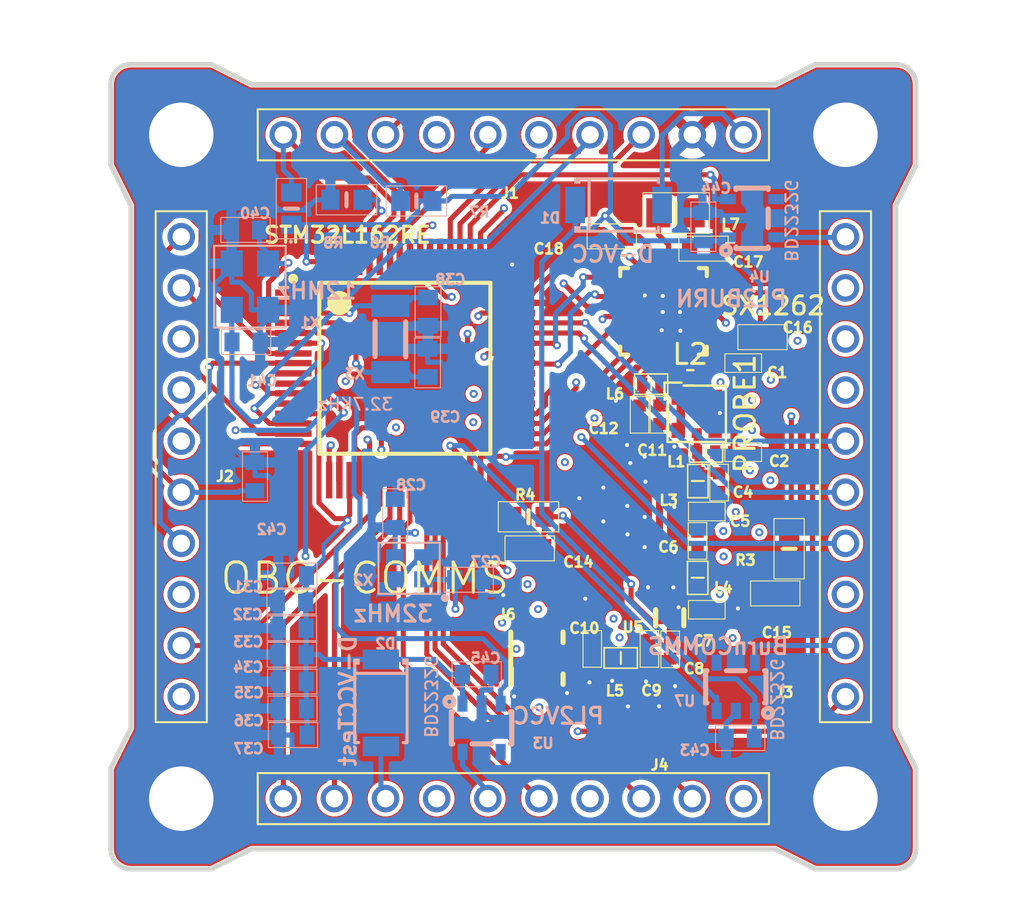
<source format=kicad_pcb>
(kicad_pcb (version 20211014) (generator pcbnew)
  (layers (0 "F.Cu" signal) (1 "In1.Cu" signal) (2 "In2.Cu" signal) (31 "B.Cu" signal) (34 "B.Paste" user) (35 "F.Paste" user) (36 "B.SilkS" user "B.Silkscreen") (37 "F.SilkS" user "F.Silkscreen") (38 "B.Mask" user) (39 "F.Mask" user) (44 "Edge.Cuts" user))
  (net 0 "")
  (net 1 "Net-(U2-Pad24)")
  (net 2 "GND")
  (net 3 "Net-(C4-Pad1)")
  (net 4 "Net-(C4-Pad2)")
  (net 5 "Net-(C6-Pad2)")
  (net 6 "Net-(U5-Pad1)")
  (net 7 "Net-(U5-Pad5)")
  (net 8 "Net-(C8-Pad2)")
  (net 9 "Net-(C10-Pad1)")
  (net 10 "Net-(C14-Pad1)")
  (net 11 "/RFswitch_ctrl")
  (net 12 "VCC")
  (net 13 "Net-(C17-Pad1)")
  (net 14 "/XTB")
  (net 15 "/XTA")
  (net 16 "OSC32_IN")
  (net 17 "OSC32_OUT")
  (net 19 "OSC_OUT")
  (net 20 "NRST")
  (net 21 "Net-(D1-Pad2)")
  (net 22 "VCC_TEST2")
  (net 23 "VCC_TEST1")
  (net 24 "SDA")
  (net 25 "SCL")
  (net 26 "RX")
  (net 28 "PFO")
  (net 30 "TOTAL_CURRENT")
  (net 31 "TX")
  (net 32 "PCLK")
  (net 33 "ADC_PL2")
  (net 34 "DAC_PL2")
  (net 35 "SWCLK")
  (net 36 "SWDIO")
  (net 37 "CHGOFF")
  (net 38 "CLPROG")
  (net 39 "MPPT_X")
  (net 40 "SOLAR_X")
  (net 41 "P{slash}L2BURN")
  (net 42 "PALE")
  (net 43 "PDATA")
  (net 44 "SOLAR_Y")
  (net 45 "SEL_PH2")
  (net 46 "SEL_PH1")
  (net 47 "SEL")
  (net 48 "HEATER")
  (net 49 "BURNCOMMS")
  (net 50 "RST")
  (net 51 "CHRG")
  (net 52 "FAULT")
  (net 53 "SEL_PH3")
  (net 54 "P{slash}L_POWER")
  (net 55 "ADC_PH1")
  (net 56 "RST_DRIVERS")
  (net 57 "MPPT_Y")
  (net 58 "MPPT_Z")
  (net 59 "SOLAR_Z")
  (net 60 "Net-(U2-Pad9)")
  (net 61 "Net-(R3-Pad1)")
  (net 62 "Net-(R6-Pad1)")
  (net 64 "OSC_IN")
  (net 66 "P{slash}L_POWER_OBC")
  (net 67 "BURNCOMMS_OBC")
  (net 68 "NSS")
  (net 69 "SCK")
  (net 70 "MISO")
  (net 71 "MOSI")
  (net 75 "NRESET")
  (net 76 "BUSY")
  (net 77 "DIO1")
  (net 78 "P{slash}L2BURN_OBC")
  (net 84 "Net-(U2-Pad23)")
  (net 88 "Net-(C11-Pad1)")
  (net 89 "Net-(U5-Pad3)")
  (net 90 "Net-(C12-Pad1)")
  (net 91 "Net-(PROBE1-PadC)")
  (footprint "easyeda:CAPC1608X90N" (layer "F.Cu") (at 104.03 51.857 180)
    (fp_text reference "C18")
    (fp_text value "100nF" hide)
  )
  (footprint "easyeda:CAPC1608X80N" (layer "F.Cu") (at 94.88 58.147 -90)
    (fp_text reference "C39")
    (fp_text value "10pF" hide)
  )
  (footprint "easyeda:CAPC1608X90N" (layer "F.Cu") (at 93.27 65.627 90)
    (fp_text reference "C28")
    (fp_text value "100nF" hide)
  )
  (footprint "easyeda:CAPC1608X90N" (layer "F.Cu") (at 88.12 70.017)
    (fp_text reference "C32")
    (fp_text value "100nF" hide)
  )
  (footprint "easyeda:CAPC1608X90N" (layer "F.Cu") (at 85.86 57.107 180)
    (fp_text reference "C41")
    (fp_text value "20pF" hide)
  )
  (footprint "easyeda:RESC1608X55N" (layer "F.Cu") (at 90.85 50.037)
    (fp_text reference "R6")
    (fp_text value "10k" hide)
  )
  (footprint "easyeda:CAPC1608X90N" (layer "F.Cu") (at 112.15 69.607 180)
    (fp_text reference "C15")
    (fp_text value "1nF" hide)
  )
  (footprint "easyeda:CAPC1608X90N" (layer "F.Cu") (at 88.16 75.327)
    (fp_text reference "C36")
    (fp_text value "100nF" hide)
  )
  (footprint "easyeda:LQW15CNR20J00B" (layer "F.Cu") (at 107.8 63.197 -90)
    (fp_text reference "L3")
    (fp_text value "2.5nH" hide)
  )
  (footprint "easyeda:SSOP-5_L3.0-W1.6-P0.95-LS2.8-TL" (layer "F.Cu") (at 110.19 74.247 -90)
    (fp_text reference "U7")
    (fp_text value "BD2232G-GTR" hide)
  )
  (footprint "easyeda:RESC1608X55N" (layer "F.Cu") (at 88.11 50.477 -90)
    (fp_text reference "R8")
    (fp_text value "4.7k" hide)
  )
  (footprint "easyeda:CAPC1608X90N" (layer "F.Cu") (at 88.14 71.337)
    (fp_text reference "C33")
    (fp_text value "100nF" hide)
  )
  (footprint "easyeda:CAPC1608X90N" (layer "F.Cu") (at 96.92 68.927 180)
    (fp_text reference "C27")
    (fp_text value "10pF" hide)
  )
  (footprint "easyeda:CAPC1005X55N" (layer "F.Cu") (at 108.29 66.997 -90)
    (fp_text reference "C6")
    (fp_text value "39pF" hide)
  )
  (footprint "easyeda:STM-LQFP64" (layer "F.Cu") (at 93.76 58.427)
    (fp_text reference "U1" hide)
    (fp_text value "STM32L162RETx" hide)
  )
  (footprint "easyeda:RESC1608X55N" (layer "F.Cu") (at 99.89 65.797)
    (fp_text reference "R4")
    (fp_text value "100R" hide)
  )
  (footprint "easyeda:SOD-128_L3.7-W2.5-LS4.7-FD" (layer "F.Cu") (at 104.37 50.297)
    (fp_text reference "D1")
    (fp_text value "VCC" hide)
  )
  (footprint "easyeda:CAPC1005X55N" (layer "F.Cu") (at 108.75 65.537)
    (fp_text reference "C5")
    (fp_text value "5.6pF" hide)
  )
  (footprint "easyeda:CAPC1005X55N" (layer "F.Cu") (at 106.93 72.387 -90)
    (fp_text reference "C8")
    (fp_text value "39pF" hide)
  )
  (footprint "easyeda:QFN-24_L4.0-W4.0-P0.50-BL-EP2.6" (layer "F.Cu") (at 106.6 55.597 90)
    (fp_text reference "U2" hide)
    (fp_text value "SX1262IMLTRT" hide)
  )
  (footprint "easyeda:CRYSTAL-SMD_L4.1-W1.5" (layer "F.Cu") (at 93.03 56.957 90)
    (fp_text reference "X3")
    (fp_text value "32.768KHz" hide)
  )
  (footprint "easyeda:SLW-110-01-X-S" (layer "F.Cu") (at 82.64 51.877 -90)
    (fp_text reference "J2")
    (fp_text value "Conn_01x10" hide)
  )
  (footprint "easyeda:LQW15CNR20J00B" (layer "F.Cu") (at 105.3 72.307 180)
    (fp_text reference "L5")
    (fp_text value "9.1nH" hide)
  )
  (footprint "easyeda:CAPC1608X90N" (layer "F.Cu") (at 111.52 56.867)
    (fp_text reference "C16")
    (fp_text value "1uF" hide)
  )
  (footprint "easyeda:CAPC1608X90N" (layer "F.Cu") (at 110.41 76.797 180)
    (fp_text reference "C43")
    (fp_text value "1uF" hide)
  )
  (footprint "easyeda:SSOP-5_L3.0-W1.6-P0.95-LS2.8-TL" (layer "F.Cu") (at 111 50.957 180)
    (fp_text reference "U4")
    (fp_text value "BD2232G-GTR" hide)
  )
  (footprint "easyeda:SLW-110-01-X-S" (layer "F.Cu") (at 87.71 79.807)
    (fp_text reference "J4")
    (fp_text value "Conn_01x10" hide)
  )
  (footprint "easyeda:CAPC1005X55N" (layer "F.Cu") (at 110.56 62.587)
    (fp_text reference "C2")
    (fp_text value "47pF" hide)
  )
  (footprint "easyeda:CAPC1608X90N" (layer "F.Cu") (at 108.59 52.467)
    (fp_text reference "C17")
    (fp_text value "470nF" hide)
  )
  (footprint "easyeda:TSNP-6_L1.1-W0.7-P0.40-BR" (layer "F.Cu") (at 106.91 70.817 90)
    (fp_text reference "U5")
    (fp_text value "RFswitch" hide)
  )
  (footprint "easyeda:SSOP-5_L3.0-W1.6-P0.95-LS2.8-TL" (layer "F.Cu") (at 97.56 76.287 90)
    (fp_text reference "U3")
    (fp_text value "BD2232G-GTR" hide)
  )
  (footprint "MountingHole:MountingHole_3.2mm_M3_Pad" (layer "F.Cu") (at 82.64 46.807)
    (fp_text reference "H2" hide)
    (fp_text value "MountingHole_Pad")
  )
  (footprint "easyeda:CAPC1005X55N" (layer "F.Cu") (at 103.06 72.367 90)
    (fp_text reference "C10")
    (fp_text value "3.3pF" hide)
  )
  (footprint "easyeda:CAPC1005X55N" (layer "F.Cu") (at 109.36 64.097 -90)
    (fp_text reference "C4")
    (fp_text value "3.3pF" hide)
  )
  (footprint "easyeda:LQW15CNR20J00B" (layer "F.Cu") (at 107.79 68.007 -90)
    (fp_text reference "L4")
    (fp_text value "4.7nH" hide)
  )
  (footprint "easyeda:U.FL-R-SMT-1(10)" (layer "F.Cu") (at 100.31 72.827 -90)
    (fp_text reference "J6")
    (fp_text value "U.FL-R-SMT-1_10_" hide)
  )
  (footprint "easyeda:CAPC1608X90N" (layer "F.Cu") (at 85.83 51.537)
    (fp_text reference "C40")
    (fp_text value "20pF" hide)
  )
  (footprint "easyeda:CAPC1608X90N" (layer "F.Cu") (at 108.58 51.377 90)
    (fp_text reference "C44")
    (fp_text value "1uF" hide)
  )
  (footprint "Resistor_SMD:R_0402_1005Metric" (layer "F.Cu") (at 107.93 58.887)
    (fp_text reference "L2")
    (fp_text value "0R")
  )
  (footprint "easyeda:SLW-110-01-X-S" (layer "F.Cu") (at 115.64 51.877 -90)
    (fp_text reference "J3")
    (fp_text value "Conn_01x10" hide)
  )
  (footprint "easyeda:RESC1608X55N" (layer "F.Cu") (at 112.84 67.387 -90)
    (fp_text reference "R3")
    (fp_text value "100R" hide)
  )
  (footprint "MountingHole:MountingHole_3.2mm_M3_Pad" (layer "F.Cu") (at 82.64 79.807)
    (fp_text reference "H1" hide)
    (fp_text value "MountingHole_Pad")
  )
  (footprint "easyeda:ECS1201833JEMTR3" (layer "F.Cu") (at 86.05 54.357 90)
    (fp_text reference "X1")
    (fp_text value "12MHz" hide)
  )
  (footprint "easyeda:CAPC1005X55N" (layer "F.Cu") (at 105.41 60.727 -90)
    (fp_text reference "C12")
    (fp_text value "1.8pF" hide)
  )
  (footprint "easyeda:CAPC1005X55N" (layer "F.Cu") (at 106.4 60.727 -90)
    (fp_text reference "C11")
    (fp_text value "2.4pF" hide)
  )
  (footprint "easyeda:SOD-128_L3.7-W2.5-LS4.7-FD" (layer "F.Cu") (at 92.56 75.047 -90)
    (fp_text reference "D2")
    (fp_text value "VCC_TEST" hide)
  )
  (footprint "easyeda:CAPC1608X90N" (layer "F.Cu") (at 97.32 73.627)
    (fp_text reference "C45")
    (fp_text value "1uF" hide)
  )
  (footprint "easyeda:FA128320000MF20XK5" (layer "F.Cu") (at 93.96 68.358)
    (fp_text reference "X2")
    (fp_text value "FA-128_32.0000MF20X-K5" hide)
  )
  (footprint "easyeda:CAPC1608X90N" (layer "F.Cu") (at 99.95 67.367 180)
    (fp_text reference "C14")
    (fp_text value "1nF" hide)
  )
  (footprint "easyeda:CAPC1005X55N" (layer "F.Cu") (at 110.56 58.157)
    (fp_text reference "C1")
    (fp_text value "47nF" hide)
  )
  (footprint "easyeda:SLW-110-01-X-S" (layer "F.Cu") (at 87.71 46.807)
    (fp_text reference "J1")
    (fp_text value "Conn_01x10" hide)
  )
  (footprint "easyeda:LQW15CNR20J00B" (layer "F.Cu") (at 106.81 58.697 180)
    (fp_text reference "L6")
    (fp_text value "15nH" hide)
  )
  (footprint "easyeda:CAPC1608X90N" (layer "F.Cu") (at 86.3 63.797 -90)
    (fp_text reference "C42")
    (fp_text value "100nF" hide)
  )
  (footprint "easyeda:CAPC1005X55N" (layer "F.Cu") (at 105.9 72.367 90)
    (fp_text reference "C9")
    (fp_text value "3.3pF" hide)
  )
  (footprint "easyeda:INDC2012X145N" (layer "F.Cu") (at 107.36 50.687 180)
    (fp_text reference "L7")
    (fp_text value "15uH" hide)
  )
  (footprint "easyeda:CAPC1608X90N" (layer "F.Cu") (at 88.16 68.717)
    (fp_text reference "C31")
    (fp_text value "4.7uF" hide)
  )
  (footprint "easyeda:RESC1608X55N" (layer "F.Cu") (at 94.32 50.097)
    (fp_text reference "R7")
    (fp_text value "4.7k" hide)
  )
  (footprint "easyeda:CAPC1005X55N" (layer "F.Cu") (at 108.75 70.417)
    (fp_text reference "C7")
    (fp_text value "2.2pF" hide)
  )
  (footprint "easyeda:CAPC1608X90N" (layer "F.Cu") (at 88.15 73.987)
    (fp_text reference "C35")
    (fp_text value "100nF" hide)
  )
  (footprint "easyeda:LQW15CNR20J00B" (layer "F.Cu") (at 109.54 62.067 180)
    (fp_text reference "L1")
    (fp_text value "47nH" hide)
  )
  (footprint "easyeda:CAPC1608X90N" (layer "F.Cu") (at 88.14 72.647)
    (fp_text reference "C34")
    (fp_text value "100nF" hide)
  )
  (footprint "MountingHole:MountingHole_3.2mm_M3_Pad" (layer "F.Cu") (at 115.64 46.807)
    (fp_text reference "H3" hide)
    (fp_text value "MountingHole_Pad")
  )
  (footprint "MountingHole:MountingHole_3.2mm_M3_Pad" (layer "F.Cu") (at 115.64 79.807)
    (fp_text reference "H4" hide)
    (fp_text value "MountingHole_Pad")
  )
  (footprint "GGS_Connectors:CoaxialSwitch_Hirose_MS-156C3_Horizontal" (layer "F.Cu") (at 108.25 60.677 -90)
    (fp_text reference "PROBE1")
    (fp_text value "MS-156C")
  )
  (footprint "easyeda:CAPC1608X90N" (layer "F.Cu") (at 88.19 76.647)
    (fp_text reference "C37")
    (fp_text value "1uF" hide)
  )
  (footprint "easyeda:CAPC1608X80N" (layer "F.Cu") (at 94.9 55.597 90)
    (fp_text reference "C38")
    (fp_text value "10pF" hide)
  )
  (gr_poly (pts (xy 98.628 74.129) (xy 98.66 74.097) (xy 98.67 74.097) (xy 98.638 74.129) (xy 98.628 74.129)) (layer "F.Cu") (width 0) (fill solid))
  (gr_poly (pts (xy 94.88 66.987) (xy 95.5 66.987) (xy 95.62 67.107) (xy 95.62 67.627) (xy 95.55 67.697) (xy 94.772 67.697) (xy 94.66 67.808)) (layer "B.Cu") (width 0) (fill solid))
  (gr_poly (pts (xy 92.499 69.045) (xy 93.119 69.045) (xy 93.239 69.165) (xy 93.239 69.685) (xy 93.169 69.755) (xy 92.391 69.755) (xy 92.28 69.867)) (layer "B.Cu") (width 0) (fill solid))
  (gr_line (start 84.14 83.307) (end 80.141 83.307) (layer "Edge.Cuts") (width 0.25))
  (gr_line (start 84.14 43.307) (end 86.14 44.307) (layer "Edge.Cuts") (width 0.25))
  (gr_line (start 114.14 43.307) (end 118.14 43.307) (layer "Edge.Cuts") (width 0.25))
  (gr_arc (start 79.14 44.307) (mid 79.432893 43.599893) (end 80.14 43.307) (layer "Edge.Cuts") (width 0.25))
  (gr_line (start 80.14 50.307) (end 79.14 48.307) (layer "Edge.Cuts") (width 0.25))
  (gr_line (start 114.141 83.307) (end 118.141 83.307) (layer "Edge.Cuts") (width 0.25))
  (gr_arc (start 118.14 43.307) (mid 118.847181 43.599967) (end 119.14 44.307209) (layer "Edge.Cuts") (width 0.25))
  (gr_line (start 79.14 48.307) (end 79.14 44.307) (layer "Edge.Cuts") (width 0.25))
  (gr_line (start 112.141 82.307) (end 86.141 82.307) (layer "Edge.Cuts") (width 0.25))
  (gr_line (start 99.14 44.307) (end 112.14 44.307) (layer "Edge.Cuts") (width 0.25))
  (gr_line (start 119.141 48.307) (end 118.141 50.307) (layer "Edge.Cuts") (width 0.25))
  (gr_line (start 119.141 44.307) (end 119.141 48.307) (layer "Edge.Cuts") (width 0.25))
  (gr_line (start 118.14 50.307) (end 118.14 76.307) (layer "Edge.Cuts") (width 0.25))
  (gr_arc (start 119.14 82.307) (mid 118.847107 83.014107) (end 118.14 83.307) (layer "Edge.Cuts") (width 0.25))
  (gr_line (start 119.141 78.307) (end 119.141 82.307) (layer "Edge.Cuts") (width 0.25))
  (gr_line (start 112.14 44.307) (end 114.14 43.307) (layer "Edge.Cuts") (width 0.25))
  (gr_line (start 86.141 82.307) (end 84.14 83.307) (layer "Edge.Cuts") (width 0.25))
  (gr_line (start 118.141 76.307) (end 119.141 78.307) (layer "Edge.Cuts") (width 0.25))
  (gr_line (start 86.14 44.307) (end 99.14 44.307) (layer "Edge.Cuts") (width 0.25))
  (gr_line (start 80.14 43.307) (end 84.14 43.307) (layer "Edge.Cuts") (width 0.25))
  (gr_arc (start 80.14 83.307) (mid 79.432893 83.014107) (end 79.14 82.307) (layer "Edge.Cuts") (width 0.25))
  (gr_line (start 79.14 82.307) (end 79.14 78.307) (layer "Edge.Cuts") (width 0.25))
  (gr_line (start 114.141 83.307) (end 112.141 82.307) (layer "Edge.Cuts") (width 0.25))
  (gr_line (start 80.14 76.307) (end 80.14 50.307) (layer "Edge.Cuts") (width 0.25))
  (gr_line (start 79.14 78.307) (end 80.14 76.307) (layer "Edge.Cuts") (width 0.25))
  (gr_text "32.7KHz" (at 93.22 60.207) (layer "B.SilkS") (effects (font (size 0.6 0.6) (thickness 0.1)) (justify left mirror)))
  (gr_text "BD2232G" (at 112.22 76.997 -90) (layer "B.SilkS") (effects (font (size 0.6 0.6) (thickness 0.1)) (justify left mirror)))
  (gr_text "BD2232G" (at 112.93 53.187 -90) (layer "B.SilkS") (effects (font (size 0.6 0.6) (thickness 0.1)) (justify left mirror)))
  (gr_text "32MHz" (at 95.23 70.617) (layer "B.SilkS") (effects (font (size 0.8 0.8) (thickness 0.152)) (justify left mirror)))
  (gr_text "BurnCOMMS" (at 112.9 72.237) (layer "B.SilkS") (effects (font (size 0.8 0.8) (thickness 0.152)) (justify left mirror)))
  (gr_text "D-VCC" (at 106.22 52.74) (layer "B.SilkS") (effects (font (size 0.8 0.8) (thickness 0.152)) (justify left mirror)))
  (gr_text "D-VCCTest" (at 90.92 71.607 90) (layer "B.SilkS") (effects (font (size 0.8 0.8) (thickness 0.152)) (justify left mirror)))
  (gr_text "BD2232G" (at 95.03 76.847 -90) (layer "B.SilkS") (effects (font (size 0.6 0.6) (thickness 0.1)) (justify left mirror)))
  (gr_text "PL2VCC" (at 103.725 75.697) (layer "B.SilkS") (effects (font (size 0.8 0.8) (thickness 0.152)) (justify left mirror)))
  (gr_text "PL2BURN" (at 112.81 54.957) (layer "B.SilkS") (effects (font (size 0.8 0.8) (thickness 0.152)) (justify left mirror)))
  (gr_text "12MHz" (at 91.43 54.567) (layer "B.SilkS") (effects (font (size 0.8 0.8) (thickness 0.152)) (justify left mirror)))
  (gr_text "SX1262" (at 109.37 55.307) (layer "F.SilkS") (effects (font (size 0.9 0.9) (thickness 0.152)) (justify left)))
  (gr_text "STM32L162RE" (at 86.66 51.787) (layer "F.SilkS") (effects (font (size 0.8 0.8) (thickness 0.152)) (justify left)))
  (gr_text "OBC-COMMS" (at 84.48 68.857) (layer "F.SilkS") (effects (font (size 1.5 1.5) (thickness 0.152)) (justify left)))
  (via (at 109.4 69.637) (size 0.4) (drill 0.2) (layers "F.Cu" "B.Cu") (net 0))
  (via (at 109.59 67.767) (size 0.4) (drill 0.2) (layers "F.Cu" "B.Cu") (net 0))
  (via (at 97.17 59.687) (size 0.4) (drill 0.2) (layers "F.Cu" "B.Cu") (net 0))
  (via (at 111.36 66.567) (size 0.4) (drill 0.2) (layers "F.Cu" "B.Cu") (net 0))
  (via (at 100.43 75.267) (size 0.4) (drill 0.2) (layers "F.Cu" "B.Cu") (net 0))
  (via (at 99.84 69.147) (size 0.4) (drill 0.2) (layers "F.Cu" "B.Cu") (net 0))
  (via (at 104.42 71.797) (size 0.4) (drill 0.2) (layers "F.Cu" "B.Cu") (net 0))
  (via (at 110.89 63.487) (size 0.4) (drill 0.2) (layers "F.Cu" "B.Cu") (net 0))
  (via (at 100.37 70.387) (size 0.4) (drill 0.2) (layers "F.Cu" "B.Cu") (net 0))
  (via (at 93.31 61.357) (size 0.4) (drill 0.2) (layers "F.Cu" "B.Cu") (net 0))
  (via (at 109.43 59.107) (size 0.4) (drill 0.2) (layers "F.Cu" "B.Cu") (net 0))
  (via (at 110.19 65.557) (size 0.4) (drill 0.2) (layers "F.Cu" "B.Cu") (net 0))
  (via (at 109.57 66.507) (size 0.4) (drill 0.2) (layers "F.Cu" "B.Cu") (net 0))
  (via (at 110.997 60.004) (size 0.4) (drill 0.2) (layers "F.Cu" "B.Cu") (net 0))
  (via (at 111.93 58.987) (size 0.4) (drill 0.2) (layers "F.Cu" "B.Cu") (net 0))
  (via (at 101.7 63.087) (size 0.4) (drill 0.2) (layers "F.Cu" "B.Cu") (net 0))
  (via (at 111 61.497) (size 0.4) (drill 0.2) (layers "F.Cu" "B.Cu") (net 0))
  (via (at 111.91 63.987) (size 0.4) (drill 0.2) (layers "F.Cu" "B.Cu") (net 0))
  (via (at 90.81 59.057) (size 0.4) (drill 0.2) (layers "F.Cu" "B.Cu") (net 0))
  (via (at 97.15 61.097) (size 0.4) (drill 0.2) (layers "F.Cu" "B.Cu") (net 0))
  (via (at 113.26 57.047) (size 0.4) (drill 0.2) (layers "F.Cu" "B.Cu") (net 0))
  (via (at 104.12 70.867) (size 0.4) (drill 0.2) (layers "F.Cu" "B.Cu") (net 0))
  (via (at 110.03 71.827) (size 0.4) (drill 0.2) (layers "F.Cu" "B.Cu") (net 0))
  (via (at 98.58 71.057) (size 0.4) (drill 0.2) (layers "F.Cu" "B.Cu") (net 0))
  (via (at 99.29 72.367) (size 0.4) (drill 0.2) (layers "F.Cu" "B.Cu") (net 0))
  (via (at 103.17 60.897) (size 0.4) (drill 0.2) (layers "F.Cu" "B.Cu") (net 0))
  (segment (start 110.1 58.157) (end 110.1 62.587) (width 0.35) (layer "F.Cu") (net 1))
  (segment (start 109.943 58) (end 110.1 58.157) (width 0.3) (layer "F.Cu") (net 1))
  (segment (start 108.253 58) (end 109.943 58) (width 0.3) (layer "F.Cu") (net 1))
  (segment (start 107.85 57.597) (end 108.253 58) (width 0.3) (layer "F.Cu") (net 1))
  (segment (start 109.17 62.575) (end 110.1 62.588) (width 0.35) (layer "F.Cu") (net 1))
  (segment (start 107.09 69.821) (end 107.09 69.307) (width 0.2) (layer "F.Cu") (net 2))
  (segment (start 102.715 70.022) (end 102.715 69.867) (width 0.254) (layer "F.Cu") (net 2))
  (segment (start 104.25 59.536) (end 105.419 58.367) (width 0.2) (layer "F.Cu") (net 2))
  (segment (start 104.25 60.017) (end 104.25 59.536) (width 0.2) (layer "F.Cu") (net 2))
  (segment (start 105.851 57.597) (end 105.861 57.925) (width 0.2) (layer "F.Cu") (net 2))
  (segment (start 106.91 70.001) (end 107.09 69.821) (width 0.2) (layer "F.Cu") (net 2))
  (segment (start 106.91 70.617) (end 106.91 70.001) (width 0.2) (layer "F.Cu") (net 2))
  (segment (start 101.385 71.352) (end 102.715 70.022) (width 0.254) (layer "F.Cu") (net 2))
  (segment (start 110.321 70.338) (end 111.05 69.606) (width 0.254) (layer "F.Cu") (net 2))
  (segment (start 105.861 57.925) (end 105.419 58.367) (width 0.2) (layer "F.Cu") (net 2))
  (segment (start 100.31 71.352) (end 101.385 71.352) (width 0.254) (layer "F.Cu") (net 2))
  (segment (start 106.91 70.326) (end 106.88 70.296) (width 0.2) (layer "F.Cu") (net 2))
  (segment (start 111.05 69.606) (end 111.449 69.606) (width 0.254) (layer "F.Cu") (net 2))
  (segment (start 106.88 70.296) (end 106.88 69.867) (width 0.2) (layer "F.Cu") (net 2))
  (via (at 106.38 75.217) (size 0.4) (drill 0.2) (layers "F.Cu" "B.Cu") (net 2))
  (via (at 102.715 69.867) (size 0.4) (drill 0.2) (layers "F.Cu" "B.Cu") (net 2))
  (via (at 105.66 65.807) (size 0.4) (drill 0.2) (layers "F.Cu" "B.Cu") (net 2))
  (via (at 107.09 69.307) (size 0.4) (drill 0.2) (layers "F.Cu" "B.Cu") (net 2))
  (via (at 99.18 74.727) (size 0.4) (drill 0.2) (layers "F.Cu" "B.Cu") (net 2))
  (via (at 107.14 67.557) (size 0.4) (drill 0.2) (layers "F.Cu" "B.Cu") (net 2))
  (via (at 110.3 70.357) (size 0.4) (drill 0.2) (layers "F.Cu" "B.Cu") (net 2))
  (via (at 104.23 60.027) (size 0.4) (drill 0.2) (layers "F.Cu" "B.Cu") (net 2))
  (via (at 109.4 60.647) (size 0.4) (drill 0.2) (layers "F.Cu" "B.Cu") (net 2))
  (via (at 106.56 55.617) (size 0.4) (drill 0.2) (layers "F.Cu" "B.Cu") (net 2))
  (via (at 105.83 69.307) (size 0.4) (drill 0.2) (layers "F.Cu" "B.Cu") (net 2))
  (via (at 104.83 75.227) (size 0.4) (drill 0.2) (layers "F.Cu" "B.Cu") (net 2))
  (via (at 107.42 55.617) (size 0.4) (drill 0.2) (layers "F.Cu" "B.Cu") (net 2))
  (via (at 99.08 53.257) (size 0.4) (drill 0.2) (layers "F.Cu" "B.Cu") (net 2))
  (via (at 101.81 74.557) (size 0.4) (drill 0.2) (layers "F.Cu" "B.Cu") (net 2))
  (via (at 104.79 62.227) (size 0.4) (drill 0.2) (layers "F.Cu" "B.Cu") (net 2))
  (via (at 98.64 69.687) (size 0.4) (drill 0.2) (layers "F.Cu" "B.Cu") (net 2))
  (via (at 107.14 65.307) (size 0.4) (drill 0.2) (layers "F.Cu" "B.Cu") (net 2))
  (via (at 103.61 64.347) (size 0.4) (drill 0.2) (layers "F.Cu" "B.Cu") (net 2))
  (via (at 104.05 73.947) (size 0.4) (drill 0.2) (layers "F.Cu" "B.Cu") (net 2))
  (via (at 107.438 56.545) (size 0.4) (drill 0.2) (layers "F.Cu" "B.Cu") (net 2))
  (via (at 102.92 74.027) (size 0.4) (drill 0.2) (layers "F.Cu" "B.Cu") (net 2))
  (via (at 105.67 54.797) (size 0.4) (drill 0.2) (layers "F.Cu" "B.Cu") (net 2))
  (via (at 105.66 67.307) (size 0.4) (drill 0.2) (layers "F.Cu" "B.Cu") (net 2))
  (via (at 104.8 65.257) (size 0.4) (drill 0.2) (layers "F.Cu" "B.Cu") (net 2))
  (via (at 106.509 56.525) (size 0.4) (drill 0.2) (layers "F.Cu" "B.Cu") (net 2))
  (via (at 105.73 73.987) (size 0.4) (drill 0.2) (layers "F.Cu" "B.Cu") (net 2))
  (via (at 107.17 74.217) (size 0.4) (drill 0.2) (layers "F.Cu" "B.Cu") (net 2))
  (via (at 104.81 66.667) (size 0.4) (drill 0.2) (layers "F.Cu" "B.Cu") (net 2))
  (via (at 103.61 66.027) (size 0.4) (drill 0.2) (layers "F.Cu" "B.Cu") (net 2))
  (via (at 107.14 62.307) (size 0.4) (drill 0.2) (layers "F.Cu" "B.Cu") (net 2))
  (via (at 105.7 64.057) (size 0.4) (drill 0.2) (layers "F.Cu" "B.Cu") (net 2))
  (via (at 105.66 62.807) (size 0.4) (drill 0.2) (layers "F.Cu" "B.Cu") (net 2))
  (via (at 106.56 54.817) (size 0.4) (drill 0.2) (layers "F.Cu" "B.Cu") (net 2))
  (via (at 104.95 63.127) (size 0.4) (drill 0.2) (layers "F.Cu" "B.Cu") (net 2))
  (via (at 102.42 64.877) (size 0.4) (drill 0.2) (layers "F.Cu" "B.Cu") (net 2))
  (segment (start 87.49 76.272) (end 87.49 75.898) (width 0.254) (layer "B.Cu") (net 2))
  (segment (start 98.917 75.768) (end 97.562 75.768) (width 0.254) (layer "B.Cu") (net 2))
  (segment (start 89.805 77.426) (end 90.796 76.436) (width 0.254) (layer "B.Cu") (net 2))
  (segment (start 86.56 57.107) (end 86.56 56.358) (width 0.254) (layer "B.Cu") (net 2))
  (segment (start 85.15 54.136) (end 85.579 54.136) (width 0.254) (layer "B.Cu") (net 2))
  (segment (start 87.49 75.898) (end 87.46 75.868) (width 0.254) (layer "B.Cu") (net 2))
  (segment (start 96.869 68.176) (end 95.757 68.176) (width 0.254) (layer "B.Cu") (net 2))
  (segment (start 97.62 68.927) (end 97.62 69.676) (width 0.254) (layer "B.Cu") (net 2))
  (segment (start 87.44 73.228) (end 87.44 72.647) (width 0.254) (layer "B.Cu") (net 2))
  (segment (start 87.45 74.568) (end 87.45 73.987) (width 0.254) (layer "B.Cu") (net 2))
  (segment (start 88.114 64.911) (end 88.114 68.717) (width 0.254) (layer "B.Cu") (net 2))
  (segment (start 85.15 52.354) (end 85.182 52.354) (width 0.254) (layer "B.Cu") (net 2))
  (segment (start 97.56 75.087) (end 97.56 75.766) (width 0.254) (layer "B.Cu") (net 2))
  (segment (start 86.121 54.678) (end 86.121 55.507) (width 0.254) (layer "B.Cu") (net 2))
  (segment (start 93.27 64.927) (end 93.27 64.273) (width 0.254) (layer "B.Cu") (net 2))
  (segment (start 87.49 76.647) (end 88.144 76.647) (width 0.254) (layer "B.Cu") (net 2))
  (segment (start 98.64 69.677) (end 97.621 69.677) (width 0.254) (layer "B.Cu") (net 2))
  (segment (start 93.957 68.34) (end 94.489 67.808) (width 0.254) (layer "B.Cu") (net 2))
  (segment (start 97.989 74.408) (end 98.02 74.376) (width 0.254) (layer "B.Cu") (net 2))
  (segment (start 87.44 70.588) (end 87.42 70.568) (width 0.254) (layer "B.Cu") (net 2))
  (segment (start 84.614 58.112) (end 84.255 57.753) (width 0.254) (layer "B.Cu") (net 2))
  (segment (start 84.255 57.753) (end 84.255 54.278) (width 0.254) (layer "B.Cu") (net 2))
  (segment (start 87.46 68.717) (end 88.114 68.717) (width 0.254) (layer "B.Cu") (net 2))
  (segment (start 94.823 62.72) (end 93.27 64.273) (width 0.254) (layer "B.Cu") (net 2))
  (segment (start 93.439 68.908) (end 93.957 68.39) (width 0.254) (layer "B.Cu") (net 2))
  (segment (start 94.88 57.447) (end 94.88 58.116) (width 0.254) (layer "B.Cu") (net 2))
  (segment (start 87.46 68.717) (end 87.46 69.466) (width 0.254) (layer "B.Cu") (net 2))
  (segment (start 88.144 76.647) (end 88.144 77.301) (width 0.254) (layer "B.Cu") (net 2))
  (segment (start 96.092 62.847) (end 95.55 62.847) (width 0.254) (layer "B.Cu") (net 2))
  (segment (start 93.957 68.39) (end 93.957 68.34) (width 0.254) (layer "B.Cu") (net 2))
  (segment (start 94.66 67.808) (end 95.39 67.808) (width 0.254) (layer "B.Cu") (net 2))
  (segment (start 97.562 75.768) (end 97.56 75.766) (width 0.254) (layer "B.Cu") (net 2))
  (segment (start 85.15 53.383) (end 85.15 54.136) (width 0.254) (layer "B.Cu") (net 2))
  (segment (start 84.255 54.278) (end 85.15 53.383) (width 0.254) (layer "B.Cu") (net 2))
  (segment (start 109.71 76.797) (end 109.71 76.422) (width 0.254) (layer "B.Cu") (net 2))
  (segment (start 88.144 77.301) (end 88.269 77.426) (width 0.254) (layer "B.Cu") (net 2))
  (segment (start 99.428 69.677) (end 98.64 69.677) (width 0.254) (layer "B.Cu") (net 2))
  (segment (start 99.619 69.867) (end 99.807 69.867) (width 0.254) (layer "B.Cu") (net 2))
  (segment (start 84.614 61.738) (end 84.614 58.112) (width 0.254) (layer "B.Cu") (net 2))
  (segment (start 94.88 58.116) (end 95.549 58.116) (width 0.254) (layer "B.Cu") (net 2))
  (segment (start 87.42 69.506) (end 87.46 69.466) (width 0.254) (layer "B.Cu") (net 2))
  (segment (start 87.42 70.017) (end 87.42 69.506) (width 0.254) (layer "B.Cu") (net 2))
  (segment (start 87.45 73.987) (end 87.45 73.238) (width 0.254) (layer "B.Cu") (net 2))
  (segment (start 99.429 66.184) (end 96.092 62.847) (width 0.254) (layer "B.Cu") (net 2))
  (segment (start 87.42 70.568) (end 87.42 70.017) (width 0.254) (layer "B.Cu") (net 2))
  (segment (start 85.182 52.354) (end 85.369 52.167) (width 0.254) (layer "B.Cu") (net 2))
  (segment (start 95.737 58.304) (end 95.737 61.704) (width 0.254) (layer "B.Cu") (net 2))
  (segment (start 94.88 56.778) (end 94.9 56.758) (width 0.254) (layer "B.Cu") (net 2))
  (segment (start 99.429 69.676) (end 99.429 66.184) (width 0.254) (layer "B.Cu") (net 2))
  (segment (start 99.429 69.676) (end 99.619 69.867) (width 0.254) (layer "B.Cu") (net 2))
  (segment (start 90.05 50.037) (end 89.321 50.037) (width 0.254) (layer "B.Cu") (net 2))
  (segment (start 87.46 75.868) (end 87.46 75.327) (width 0.254) (layer "B.Cu") (net 2))
  (segment (start 96.966 68.927) (end 96.966 68.273) (width 0.254) (layer "B.Cu") (net 2))
  (segment (start 85.13 52.333) (end 85.15 52.354) (width 0.254) (layer "B.Cu") (net 2))
  (segment (start 87.44 72.647) (end 87.44 71.337) (width 0.254) (layer "B.Cu") (net 2))
  (segment (start 85.579 54.136) (end 86.121 54.678) (width 0.254) (layer "B.Cu") (net 2))
  (segment (start 87.45 73.238) (end 87.44 73.228) (width 0.254) (layer "B.Cu") (net 2))
  (segment (start 86.3 63.424) (end 84.614 61.738) (width 0.254) (layer "B.Cu") (net 2))
  (segment (start 85.369 50.99) (end 85.812 50.546) (width 0.254) (layer "B.Cu") (net 2))
  (segment (start 86.56 56.358) (end 86.95 55.968) (width 0.254) (layer "B.Cu") (net 2))
  (segment (start 85.369 52.167) (end 85.369 50.99) (width 0.254) (layer "B.Cu") (net 2))
  (segment (start 86.95 55.507) (end 86.121 55.507) (width 0.254) (layer "B.Cu") (net 2))
  (segment (start 97.56 75.087) (end 97.56 74.408) (width 0.254) (layer "B.Cu") (net 2))
  (segment (start 99.807 74.877) (end 99.807 69.867) (width 0.254) (layer "B.Cu") (net 2))
  (segment (start 94.9 56.758) (end 94.9 56.297) (width 0.254) (layer "B.Cu") (net 2))
  (segment (start 95.422 62.72) (end 94.823 62.72) (width 0.254) (layer "B.Cu") (net 2))
  (segment (start 110.19 75.568) (end 109.71 76.048) (width 0.254) (layer "B.Cu") (net 2))
  (segment (start 97.56 74.408) (end 97.989 74.408) (width 0.254) (layer "B.Cu") (net 2))
  (segment (start 94.88 57.423) (end 94.88 56.778) (width 0.254) (layer "B.Cu") (net 2))
  (segment (start 87.46 74.578) (end 87.45 74.568) (width 0.254) (layer "B.Cu") (net 2))
  (segment (start 99.807 69.867) (end 102.715 69.867) (width 0.254) (layer "B.Cu") (net 2))
  (segment (start 96.966 68.273) (end 96.869 68.176) (width 0.254) (layer "B.Cu") (net 2))
  (segment (start 97.62 68.927) (end 96.966 68.927) (width 0.254) (layer "B.Cu") (net 2))
  (segment (start 94.489 67.808) (end 94.66 67.808) (width 0.254) (layer "B.Cu") (net 2))
  (segment (start 96.89 76.436) (end 97.56 75.766) (width 0.254) (layer "B.Cu") (net 2))
  (segment (start 85.13 51.537) (end 85.13 52.333) (width 0.254) (layer "B.Cu") (net 2))
  (segment (start 109.71 76.422) (end 109.71 76.048) (width 0.254) (layer "B.Cu") (net 2))
  (segment (start 86.954 63.751) (end 88.114 64.911) (width 0.254) (layer "B.Cu") (net 2))
  (segment (start 95.757 68.176) (end 95.39 67.808) (width 0.254) (layer "B.Cu") (net 2))
  (segment (start 110.19 75.447) (end 110.19 75.568) (width 0.254) (layer "B.Cu") (net 2))
  (segment (start 94.88 57.423) (end 94.88 57.447) (width 0.254) (layer "B.Cu") (net 2))
  (segment (start 95.55 62.847) (end 95.422 62.72) (width 0.254) (layer "B.Cu") (net 2))
  (segment (start 85.15 53.383) (end 85.15 53.207) (width 0.254) (layer "B.Cu") (net 2))
  (segment (start 87.46 75.327) (end 87.46 74.578) (width 0.254) (layer "B.Cu") (net 2))
  (segment (start 95.737 61.704) (end 95.422 62.019) (width 0.254) (layer "B.Cu") (net 2))
  (segment (start 85.15 53.207) (end 85.15 52.354) (width 0.254) (layer "B.Cu") (net 2))
  (segment (start 85.812 50.546) (end 88.812 50.546) (width 0.254) (layer "B.Cu") (net 2))
  (segment (start 86.3 63.424) (end 86.3 63.751) (width 0.254) (layer "B.Cu") (net 2))
  (segment (start 88.269 77.426) (end 89.805 77.426) (width 0.254) (layer "B.Cu") (net 2))
  (segment (start 98.02 73.627) (end 98.02 74.376) (width 0.254) (layer "B.Cu") (net 2))
  (segment (start 95.422 62.019) (end 95.422 62.72) (width 0.254) (layer "B.Cu") (net 2))
  (segment (start 87.49 76.272) (end 87.49 76.647) (width 0.254) (layer "B.Cu") (net 2))
  (segment (start 88.812 50.546) (end 89.321 50.037) (width 0.254) (layer "B.Cu") (net 2))
  (segment (start 95.549 58.116) (end 95.737 58.304) (width 0.254) (layer "B.Cu") (net 2))
  (segment (start 87.44 71.337) (end 87.44 70.588) (width 0.254) (layer "B.Cu") (net 2))
  (segment (start 98.917 75.768) (end 99.807 74.877) (width 0.254) (layer "B.Cu") (net 2))
  (segment (start 93.26 68.908) (end 93.439 68.908) (width 0.254) (layer "B.Cu") (net 2))
  (segment (start 86.3 63.751) (end 86.954 63.751) (width 0.254) (layer "B.Cu") (net 2))
  (segment (start 90.796 76.436) (end 96.89 76.436) (width 0.254) (layer "B.Cu") (net 2))
  (segment (start 97.621 69.677) (end 97.62 69.676) (width 0.254) (layer "B.Cu") (net 2))
  (segment (start 86.95 55.968) (end 86.95 55.507) (width 0.254) (layer "B.Cu") (net 2))
  (segment (start 86.3 63.097) (end 86.3 63.424) (width 0.254) (layer "B.Cu") (net 2))
  (segment (start 99.429 69.676) (end 99.428 69.677) (width 0.254) (layer "B.Cu") (net 2))
  (segment (start 108.25 61.637) (end 108.27 61.657) (width 0.35) (layer "F.Cu") (net 3))
  (segment (start 108.308 62.613) (end 108.308 63.567) (width 0.35) (layer "F.Cu") (net 3))
  (segment (start 108.27 61.657) (end 108.27 62.575) (width 0.35) (layer "F.Cu") (net 3))
  (segment (start 108.378 63.637) (end 109.36 63.637) (width 0.35) (layer "F.Cu") (net 3))
  (segment (start 108.27 62.575) (end 108.308 62.613) (width 0.35) (layer "F.Cu") (net 3))
  (segment (start 108.308 63.567) (end 108.378 63.637) (width 0.35) (layer "F.Cu") (net 3))
  (segment (start 108.307 64.468) (end 108.289 65.537) (width 0.35) (layer "F.Cu") (net 4))
  (segment (start 109.36 64.557) (end 109.27 64.467) (width 0.35) (layer "F.Cu") (net 4))
  (segment (start 108.29 65.537) (end 108.29 66.537) (width 0.35) (layer "F.Cu") (net 4))
  (segment (start 109.27 64.467) (end 108.308 64.467) (width 0.35) (layer "F.Cu") (net 4))
  (segment (start 108.289 67.457) (end 108.297 68.377) (width 0.35) (layer "F.Cu") (net 5))
  (segment (start 108.19 70.417) (end 108.29 70.417) (width 0.2) (layer "F.Cu") (net 6))
  (segment (start 108.297 69.276) (end 108.29 69.283) (width 0.35) (layer "F.Cu") (net 6))
  (segment (start 107.31 70.617) (end 107.99 70.617) (width 0.2) (layer "F.Cu") (net 6))
  (segment (start 107.99 70.617) (end 108.19 70.417) (width 0.2) (layer "F.Cu") (net 6))
  (segment (start 108.29 69.283) (end 108.29 70.417) (width 0.35) (layer "F.Cu") (net 6))
  (segment (start 106.93 71.927) (end 106.93 71.397) (width 0.35) (layer "F.Cu") (net 7))
  (segment (start 106.91 71.016) (end 106.93 71.397) (width 0.25) (layer "F.Cu") (net 7))
  (segment (start 106.93 72.847) (end 105.899 72.827) (width 0.35) (layer "F.Cu") (net 8))
  (segment (start 105.899 72.827) (end 104.931 72.814) (width 0.35) (layer "F.Cu") (net 8))
  (segment (start 104.029 72.814) (end 103.059 72.827) (width 0.35) (layer "F.Cu") (net 9))
  (segment (start 103.06 72.827) (end 101.835 72.827) (width 0.35) (layer "F.Cu") (net 9))
  (segment (start 100.69 65.797) (end 100.69 66.578) (width 0.254) (layer "F.Cu") (net 10))
  (segment (start 106.049 71.016) (end 106.503 71.016) (width 0.254) (layer "F.Cu") (net 10))
  (segment (start 100.65 67.367) (end 100.65 66.618) (width 0.254) (layer "F.Cu") (net 10))
  (segment (start 101.538 65.797) (end 100.69 65.797) (width 0.254) (layer "F.Cu") (net 10))
  (segment (start 101.6 65.736) (end 101.538 65.797) (width 0.254) (layer "F.Cu") (net 10))
  (segment (start 104.99 69.977) (end 106.049 71.016) (width 0.254) (layer "F.Cu") (net 10))
  (segment (start 100.69 66.578) (end 100.65 66.618) (width 0.254) (layer "F.Cu") (net 10))
  (segment (start 104.99 69.136) (end 104.99 69.977) (width 0.254) (layer "F.Cu") (net 10))
  (via (at 104.99 69.137) (size 0.4) (drill 0.2) (layers "F.Cu" "B.Cu") (net 10))
  (via (at 101.6 65.736) (size 0.4) (drill 0.2) (layers "F.Cu" "B.Cu") (net 10))
  (segment (start 101.6 65.747) (end 104.99 69.137) (width 0.254) (layer "B.Cu") (net 10))
  (segment (start 101.6 65.736) (end 101.6 65.747) (width 0.254) (layer "B.Cu") (net 10))
  (segment (start 111.441 71.016) (end 112.85 69.607) (width 0.254) (layer "F.Cu") (net 11))
  (segment (start 112.851 69.606) (end 112.841 68.186) (width 0.254) (layer "F.Cu") (net 11))
  (segment (start 107.316 71.016) (end 111.441 71.016) (width 0.254) (layer "F.Cu") (net 11))
  (segment (start 98.771 62.819) (end 98.742 62.79) (width 0.254) (layer "F.Cu") (net 12))
  (segment (start 97.506 64.942) (end 97.506 63.977) (width 0.254) (layer "F.Cu") (net 12))
  (segment (start 89.988 52.877) (end 89.988 53.114) (width 0.254) (layer "F.Cu") (net 12))
  (segment (start 90.901 65.976) (end 90.815 65.889) (width 0.254) (layer "F.Cu") (net 12))
  (segment (start 105.85 52.323) (end 105.384 51.857) (width 0.254) (layer "F.Cu") (net 12))
  (segment (start 99.09 65.797) (end 98.361 65.797) (width 0.254) (layer "F.Cu") (net 12))
  (segment (start 108.62 56.867) (end 108.6 56.847) (width 0.254) (layer "F.Cu") (net 12))
  (segment (start 106.35 53.597) (end 106.35 53.24) (width 0.254) (layer "F.Cu") (net 12))
  (segment (start 88.804 54.655) (end 89.397 54.655) (width 0.254) (layer "F.Cu") (net 12))
  (segment (start 89.48 65.1) (end 90.269 65.889) (width 0.254) (layer "F.Cu") (net 12))
  (segment (start 90.815 65.889) (end 91.004 65.7) (width 0.254) (layer "F.Cu") (net 12))
  (segment (start 89.988 54.064) (end 89.988 54.064) (width 0.254) (layer "F.Cu") (net 12))
  (segment (start 97.506 64.57) (end 97.506 63.977) (width 0.254) (layer "F.Cu") (net 12))
  (segment (start 89.988 53.114) (end 88.86 53.114) (width 0.254) (layer "F.Cu") (net 12))
  (segment (start 103.621 52.967) (end 104.731 51.857) (width 0.254) (layer "F.Cu") (net 12))
  (segment (start 97.506 63.977) (end 97.506 62.79) (width 0.254) (layer "F.Cu") (net 12))
  (segment (start 91.004 65.7) (end 91.004 63.977) (width 0.254) (layer "F.Cu") (net 12))
  (segment (start 88.804 54.655) (end 88.21 54.655) (width 0.254) (layer "F.Cu") (net 12))
  (segment (start 89.397 54.655) (end 89.988 54.064) (width 0.254) (layer "F.Cu") (net 12))
  (segment (start 89.48 60.758) (end 89.48 65.1) (width 0.254) (layer "F.Cu") (net 12))
  (segment (start 88.21 60.675) (end 89.397 60.675) (width 0.254) (layer "F.Cu") (net 12))
  (segment (start 98.361 65.797) (end 97.506 64.942) (width 0.254) (layer "F.Cu") (net 12))
  (segment (start 104.73 51.857) (end 105.384 51.857) (width 0.254) (layer "F.Cu") (net 12))
  (segment (start 104.73 51.857) (end 104.403 51.857) (width 0.254) (layer "F.Cu") (net 12))
  (segment (start 104.403 51.53) (end 104.403 51.857) (width 0.254) (layer "F.Cu") (net 12))
  (segment (start 89.397 60.675) (end 89.48 60.758) (width 0.254) (layer "F.Cu") (net 12))
  (segment (start 90.269 65.889) (end 90.815 65.889) (width 0.254) (layer "F.Cu") (net 12))
  (segment (start 105.85 53.597) (end 105.85 52.323) (width 0.254) (layer "F.Cu") (net 12))
  (segment (start 99.31 54.656) (end 100.133 54.656) (width 0.254) (layer "F.Cu") (net 12))
  (segment (start 101.83 52.967) (end 103.621 52.967) (width 0.254) (layer "F.Cu") (net 12))
  (segment (start 111.41 55.617) (end 111.41 56.277) (width 0.254) (layer "F.Cu") (net 12))
  (segment (start 98.742 62.79) (end 97.506 62.79) (width 0.254) (layer "F.Cu") (net 12))
  (segment (start 106.35 53.24) (end 105.85 52.74) (width 0.254) (layer "F.Cu") (net 12))
  (segment (start 100.133 54.656) (end 101.83 52.967) (width 0.254) (layer "F.Cu") (net 12))
  (segment (start 89.988 53.114) (end 89.988 54.064) (width 0.254) (layer "F.Cu") (net 12))
  (segment (start 110.82 56.867) (end 108.62 56.867) (width 0.254) (layer "F.Cu") (net 12))
  (segment (start 111.41 56.277) (end 110.82 56.867) (width 0.254) (layer "F.Cu") (net 12))
  (segment (start 103.71 50.837) (end 104.403 51.53) (width 0.254) (layer "F.Cu") (net 12))
  (via (at 90.901 65.975) (size 0.4) (drill 0.2) (layers "F.Cu" "B.Cu") (net 12))
  (via (at 88.86 53.114) (size 0.4) (drill 0.2) (layers "F.Cu" "B.Cu") (net 12))
  (via (at 103.71 50.837) (size 0.4) (drill 0.2) (layers "F.Cu" "B.Cu") (net 12))
  (via (at 111.41 55.617) (size 0.4) (drill 0.2) (layers "F.Cu" "B.Cu") (net 12))
  (via (at 98.771 62.819) (size 0.4) (drill 0.2) (layers "F.Cu" "B.Cu") (net 12))
  (segment (start 88.89 76.647) (end 88.89 75.898) (width 0.254) (layer "B.Cu") (net 12))
  (segment (start 108.789 73.852) (end 100.552 65.614) (width 0.254) (layer "B.Cu") (net 12))
  (segment (start 88.85 74.362) (end 88.84 74.352) (width 0.254) (layer "B.Cu") (net 12))
  (segment (start 111.11 76.422) (end 111.11 76.048) (width 0.254) (layer "B.Cu") (net 12))
  (segment (start 94.755 50.097) (end 94.391 50.097) (width 0.254) (layer "B.Cu") (net 12))
  (segment (start 103.361 45.756) (end 102.469 45.756) (width 0.254) (layer "B.Cu") (net 12))
  (segment (start 102.21 51.481) (end 103.066 51.481) (width 0.254) (layer "B.Cu") (net 12))
  (segment (start 101.833 46.906) (end 98.869 49.869) (width 0.254) (layer "B.Cu") (net 12))
  (segment (start 103.71 50.837) (end 103.965 50.582) (width 0.254) (layer "B.Cu") (net 12))
  (segment (start 100.552 62.819) (end 98.771 62.819) (width 0.254) (layer "B.Cu") (net 12))
  (segment (start 88.85 74.362) (end 88.85 74.736) (width 0.254) (layer "B.Cu") (net 12))
  (segment (start 88.84 71.337) (end 88.84 70.588) (width 0.254) (layer "B.Cu") (net 12))
  (segment (start 96.61 75.087) (end 96.61 73.627) (width 0.254) (layer "B.Cu") (net 12))
  (segment (start 88.86 75.327) (end 88.86 74.746) (width 0.254) (layer "B.Cu") (net 12))
  (segment (start 94.391 50.644) (end 94.391 50.097) (width 0.254) (layer "B.Cu") (net 12))
  (segment (start 102.21 50.297) (end 102.21 51.481) (width 0.254) (layer "B.Cu") (net 12))
  (segment (start 96.077 49.869) (end 95.849 50.097) (width 0.254) (layer "B.Cu") (net 12))
  (segment (start 88.86 75.868) (end 88.86 75.327) (width 0.254) (layer "B.Cu") (net 12))
  (segment (start 88.82 69.268) (end 88.86 69.228) (width 0.254) (layer "B.Cu") (net 12))
  (segment (start 88.89 75.898) (end 88.86 75.868) (width 0.254) (layer "B.Cu") (net 12))
  (segment (start 110.224 73.852) (end 108.789 73.852) (width 0.254) (layer "B.Cu") (net 12))
  (segment (start 109.205 52.077) (end 109.283 52.077) (width 0.254) (layer "B.Cu") (net 12))
  (segment (start 108.829 52.077) (end 108.58 52.077) (width 0.254) (layer "B.Cu") (net 12))
  (segment (start 92.56 72.887) (end 95.226 72.887) (width 0.254) (layer "B.Cu") (net 12))
  (segment (start 109.283 52.077) (end 109.329 52.077) (width 0.254) (layer "B.Cu") (net 12))
  (segment (start 103.965 50.582) (end 103.965 46.36) (width 0.254) (layer "B.Cu") (net 12))
  (segment (start 88.82 70.568) (end 88.82 70.017) (width 0.254) (layer "B.Cu") (net 12))
  (segment (start 111.11 76.048) (end 111.14 76.018) (width 0.254) (layer "B.Cu") (net 12))
  (segment (start 88.84 74.352) (end 88.84 72.647) (width 0.254) (layer "B.Cu") (net 12))
  (segment (start 88.86 51.277) (end 88.86 53.114) (width 0.254) (layer "B.Cu") (net 12))
  (segment (start 103.066 51.481) (end 103.71 50.837) (width 0.254) (layer "B.Cu") (net 12))
  (segment (start 109.8 51.907) (end 109.499 51.907) (width 0.254) (layer "B.Cu") (net 12))
  (segment (start 111.14 75.447) (end 111.14 74.768) (width 0.254) (layer "B.Cu") (net 12))
  (segment (start 88.11 51.277) (end 88.86 51.277) (width 0.254) (layer "B.Cu") (net 12))
  (segment (start 111.14 76.018) (end 111.14 75.447) (width 0.254) (layer "B.Cu") (net 12))
  (segment (start 111.14 74.768) (end 110.224 73.852) (width 0.254) (layer "B.Cu") (net 12))
  (segment (start 108.58 52.077) (end 104.95 52.077) (width 0.254) (layer "B.Cu") (net 12))
  (segment (start 88.85 73.987) (end 88.85 74.362) (width 0.254) (layer "B.Cu") (net 12))
  (segment (start 88.861 68.717) (end 89.709 67.866) (width 0.2) (layer "B.Cu") (net 12))
  (segment (start 94.755 50.097) (end 95.12 50.097) (width 0.254) (layer "B.Cu") (net 12))
  (segment (start 102.469 45.756) (end 101.833 46.392) (width 0.254) (layer "B.Cu") (net 12))
  (segment (start 98.869 49.869) (end 96.077 49.869) (width 0.254) (layer "B.Cu") (net 12))
  (segment (start 88.86 69.228) (end 88.86 68.717) (width 0.254) (layer "B.Cu") (net 12))
  (segment (start 88.84 72.647) (end 89.494 72.647) (width 0.254) (layer "B.Cu") (net 12))
  (segment (start 95.226 72.887) (end 95.966 73.627) (width 0.254) (layer "B.Cu") (net 12))
  (segment (start 101.833 46.392) (end 101.833 46.906) (width 0.254) (layer "B.Cu") (net 12))
  (segment (start 111.41 54.204) (end 111.41 55.617) (width 0.254) (layer "B.Cu") (net 12))
  (segment (start 111.11 76.422) (end 111.11 76.797) (width 0.254) (layer "B.Cu") (net 12))
  (segment (start 92.56 72.887) (end 91.376 72.887) (width 0.254) (layer "B.Cu") (net 12))
  (segment (start 88.84 70.588) (end 88.82 70.568) (width 0.254) (layer "B.Cu") (net 12))
  (segment (start 104.95 52.077) (end 103.71 50.837) (width 0.254) (layer "B.Cu") (net 12))
  (segment (start 109.283 52.077) (end 111.41 54.204) (width 0.254) (layer "B.Cu") (net 12))
  (segment (start 89.734 72.887) (end 91.376 72.887) (width 0.254) (layer "B.Cu") (net 12))
  (segment (start 95.12 50.097) (end 95.849 50.097) (width 0.254) (layer "B.Cu") (net 12))
  (segment (start 88.84 72.647) (end 88.84 71.337) (width 0.254) (layer "B.Cu") (net 12))
  (segment (start 96.62 73.627) (end 96.61 73.627) (width 0.254) (layer "B.Cu") (net 12))
  (segment (start 103.965 46.36) (end 103.361 45.756) (width 0.254) (layer "B.Cu") (net 12))
  (segment (start 109.499 51.907) (end 109.329 52.077) (width 0.254) (layer "B.Cu") (net 12))
  (segment (start 89.709 67.866) (end 89.709 67.188) (width 0.2) (layer "B.Cu") (net 12))
  (segment (start 89.494 72.647) (end 89.734 72.887) (width 0.254) (layer "B.Cu") (net 12))
  (segment (start 89.709 67.188) (end 90.9 65.977) (width 0.2) (layer "B.Cu") (net 12))
  (segment (start 102.21 51.481) (end 100.552 53.14) (width 0.254) (layer "B.Cu") (net 12))
  (segment (start 88.82 70.017) (end 88.82 69.268) (width 0.254) (layer "B.Cu") (net 12))
  (segment (start 96.61 73.627) (end 95.966 73.627) (width 0.254) (layer "B.Cu") (net 12))
  (segment (start 108.829 52.077) (end 109.205 52.077) (width 0.254) (layer "B.Cu") (net 12))
  (segment (start 100.552 53.14) (end 100.552 62.819) (width 0.254) (layer "B.Cu") (net 12))
  (segment (start 100.552 65.614) (end 100.552 62.819) (width 0.254) (layer "B.Cu") (net 12))
  (segment (start 88.86 51.277) (end 93.757 51.277) (width 0.254) (layer "B.Cu") (net 12))
  (segment (start 93.757 51.277) (end 94.391 50.644) (width 0.254) (layer "B.Cu") (net 12))
  (segment (start 88.86 74.746) (end 88.85 74.736) (width 0.254) (layer "B.Cu") (net 12))
  (segment (start 107.85 53.256) (end 107.85 53.597) (width 0.254) (layer "F.Cu") (net 13))
  (segment (start 107.89 52.467) (end 107.89 51.718) (width 0.254) (layer "F.Cu") (net 13))
  (segment (start 107.89 53.216) (end 107.85 53.256) (width 0.254) (layer "F.Cu") (net 13))
  (segment (start 108.044 51.691) (end 108.017 51.718) (width 0.254) (layer "F.Cu") (net 13))
  (segment (start 108.017 51.718) (end 107.89 51.718) (width 0.254) (layer "F.Cu") (net 13))
  (segment (start 108.044 50.687) (end 108.044 51.691) (width 0.254) (layer "F.Cu") (net 13))
  (segment (start 107.89 52.467) (end 107.89 53.216) (width 0.254) (layer "F.Cu") (net 13))
  (segment (start 110.24 54.666) (end 112.579 54.666) (width 0.254) (layer "F.Cu") (net 14))
  (segment (start 114.029 56.116) (end 114.029 56.347) (width 0.254) (layer "F.Cu") (net 14))
  (segment (start 108.599 55.347) (end 109.521 55.347) (width 0.254) (layer "F.Cu") (net 14))
  (segment (start 113.999 56.378) (end 113.999 74.468) (width 0.254) (layer "F.Cu") (net 14))
  (segment (start 109.521 55.347) (end 110.24 54.666) (width 0.254) (layer "F.Cu") (net 14))
  (segment (start 114.029 56.347) (end 113.999 56.378) (width 0.254) (layer "F.Cu") (net 14))
  (segment (start 112.579 54.666) (end 114.029 56.116) (width 0.254) (layer "F.Cu") (net 14))
  (segment (start 113.999 74.468) (end 112.01 76.457) (width 0.254) (layer "F.Cu") (net 14))
  (segment (start 112.01 76.457) (end 102.34 76.457) (width 0.254) (layer "F.Cu") (net 14))
  (via (at 102.34 76.457) (size 0.4) (drill 0.2) (layers "F.Cu" "B.Cu") (net 14))
  (via (at 96.26 70.377) (size 0.4) (drill 0.2) (layers "F.Cu" "B.Cu") (net 14))
  (segment (start 96.26 70.377) (end 96.26 68.967) (width 0.254) (layer "B.Cu") (net 14))
  (segment (start 96.22 68.927) (end 95.566 68.927) (width 0.254) (layer "B.Cu") (net 14))
  (segment (start 96.26 68.967) (end 96.22 68.927) (width 0.254) (layer "B.Cu") (net 14))
  (segment (start 95.547 68.908) (end 95.566 68.927) (width 0.254) (layer "B.Cu") (net 14))
  (segment (start 94.66 68.908) (end 95.547 68.908) (width 0.254) (layer "B.Cu") (net 14))
  (segment (start 109.7 56.157) (end 109.39 55.847) (width 0.254) (layer "F.Cu") (net 15))
  (segment (start 109.39 55.847) (end 108.6 55.847) (width 0.254) (layer "F.Cu") (net 15))
  (via (at 109.7 56.157) (size 0.4) (drill 0.2) (layers "F.Cu" "B.Cu") (net 15))
  (via (at 94.255 66.595) (size 0.4) (drill 0.2) (layers "F.Cu" "B.Cu") (net 15))
  (segment (start 93.27 67.12) (end 93.27 66.595) (width 0.254) (layer "B.Cu") (net 15))
  (segment (start 93.27 66.595) (end 93.27 66.327) (width 0.254) (layer "B.Cu") (net 15))
  (segment (start 93.27 66.595) (end 94.255 66.595) (width 0.254) (layer "B.Cu") (net 15))
  (segment (start 93.26 67.808) (end 93.26 67.129) (width 0.254) (layer "B.Cu") (net 15))
  (segment (start 93.26 67.129) (end 93.27 67.12) (width 0.254) (layer "B.Cu") (net 15))
  (segment (start 88.21 55.671) (end 90.994 55.671) (width 0.254) (layer "F.Cu") (net 16))
  (via (at 90.994 55.671) (size 0.4) (drill 0.2) (layers "F.Cu" "B.Cu") (net 16))
  (segment (start 91.358 55.307) (end 90.994 55.671) (width 0.254) (layer "B.Cu") (net 16))
  (segment (start 93.721 55.307) (end 93.03 55.307) (width 0.254) (layer "B.Cu") (net 16))
  (segment (start 94.9 54.897) (end 94.131 54.897) (width 0.254) (layer "B.Cu") (net 16))
  (segment (start 93.03 55.307) (end 91.358 55.307) (width 0.254) (layer "B.Cu") (net 16))
  (segment (start 94.131 54.897) (end 93.721 55.307) (width 0.254) (layer "B.Cu") (net 16))
  (segment (start 91.32 56.826) (end 90.648 56.154) (width 0.254) (layer "F.Cu") (net 17))
  (segment (start 90.648 56.154) (end 88.21 56.154) (width 0.254) (layer "F.Cu") (net 17))
  (segment (start 91.32 58.177) (end 91.32 56.826) (width 0.254) (layer "F.Cu") (net 17))
  (via (at 91.32 58.177) (size 0.4) (drill 0.2) (layers "F.Cu" "B.Cu") (net 17))
  (segment (start 91.801 58.607) (end 91.75 58.607) (width 0.254) (layer "B.Cu") (net 17))
  (segment (start 93.871 58.607) (end 93.03 58.607) (width 0.254) (layer "B.Cu") (net 17))
  (segment (start 91.75 58.607) (end 91.32 58.177) (width 0.254) (layer "B.Cu") (net 17))
  (segment (start 94.88 58.847) (end 94.111 58.847) (width 0.254) (layer "B.Cu") (net 17))
  (segment (start 93.03 58.607) (end 91.801 58.607) (width 0.254) (layer "B.Cu") (net 17))
  (segment (start 94.111 58.847) (end 93.871 58.607) (width 0.254) (layer "B.Cu") (net 17))
  (segment (start 88.21 56.662) (end 87.023 56.662) (width 0.254) (layer "F.Cu") (net 19))
  (segment (start 86.977 56.616) (end 87.023 56.662) (width 0.254) (layer "F.Cu") (net 19))
  (segment (start 89.591 57.17) (end 88.21 57.17) (width 0.254) (layer "F.Cu") (net 19))
  (segment (start 87.966 53.169) (end 86.977 54.158) (width 0.254) (layer "F.Cu") (net 19))
  (segment (start 86.977 54.158) (end 86.977 56.616) (width 0.254) (layer "F.Cu") (net 19))
  (via (at 87.966 53.169) (size 0.4) (drill 0.2) (layers "F.Cu" "B.Cu") (net 19))
  (via (at 89.591 57.17) (size 0.4) (drill 0.2) (layers "F.Cu" "B.Cu") (net 19))
  (segment (start 89.591 57.949) (end 89.591 57.17) (width 0.254) (layer "B.Cu") (net 19))
  (segment (start 87.817 53.169) (end 87.779 53.207) (width 0.254) (layer "B.Cu") (net 19))
  (segment (start 85.15 55.507) (end 85.15 56.436) (width 0.254) (layer "B.Cu") (net 19))
  (segment (start 86.53 52.286) (end 86.95 52.706) (width 0.254) (layer "B.Cu") (net 19))
  (segment (start 86.478 61.062) (end 89.591 57.949) (width 0.254) (layer "B.Cu") (net 19))
  (segment (start 85.16 60.123) (end 86.099 61.062) (width 0.254) (layer "B.Cu") (net 19))
  (segment (start 86.53 51.537) (end 86.53 52.286) (width 0.254) (layer "B.Cu") (net 19))
  (segment (start 85.15 56.436) (end 85.16 56.446) (width 0.254) (layer "B.Cu") (net 19))
  (segment (start 86.099 61.062) (end 86.478 61.062) (width 0.254) (layer "B.Cu") (net 19))
  (segment (start 85.16 57.107) (end 85.16 60.123) (width 0.254) (layer "B.Cu") (net 19))
  (segment (start 87.966 53.169) (end 87.817 53.169) (width 0.254) (layer "B.Cu") (net 19))
  (segment (start 86.95 52.706) (end 86.95 53.207) (width 0.254) (layer "B.Cu") (net 19))
  (segment (start 86.95 53.207) (end 87.779 53.207) (width 0.254) (layer "B.Cu") (net 19))
  (segment (start 85.16 56.446) (end 85.16 57.107) (width 0.254) (layer "B.Cu") (net 19))
  (segment (start 88.21 57.678) (end 87.023 57.678) (width 0.254) (layer "F.Cu") (net 20))
  (segment (start 87.023 57.678) (end 83.624 54.279) (width 0.254) (layer "F.Cu") (net 20))
  (segment (start 82.953 50.768) (end 82.333 50.768) (width 0.254) (layer "F.Cu") (net 20))
  (segment (start 82.333 50.768) (end 81.088 52.013) (width 0.254) (layer "F.Cu") (net 20))
  (segment (start 81.088 52.013) (end 81.088 63.025) (width 0.254) (layer "F.Cu") (net 20))
  (segment (start 81.088 63.025) (end 82.64 64.577) (width 0.254) (layer "F.Cu") (net 20))
  (segment (start 83.624 51.439) (end 82.953 50.768) (width 0.254) (layer "F.Cu") (net 20))
  (segment (start 83.624 54.279) (end 83.624 51.439) (width 0.254) (layer "F.Cu") (net 20))
  (segment (start 85.471 64.577) (end 85.551 64.497) (width 0.254) (layer "B.Cu") (net 20))
  (segment (start 86.3 64.497) (end 85.551 64.497) (width 0.254) (layer "B.Cu") (net 20))
  (segment (start 82.64 64.577) (end 85.471 64.577) (width 0.254) (layer "B.Cu") (net 20))
  (segment (start 106.53 46.845) (end 106.53 50.297) (width 0.254) (layer "B.Cu") (net 21))
  (segment (start 110.57 46.807) (end 109.518 45.756) (width 0.254) (layer "B.Cu") (net 21))
  (segment (start 107.619 45.756) (end 106.53 46.845) (width 0.254) (layer "B.Cu") (net 21))
  (segment (start 109.518 45.756) (end 107.619 45.756) (width 0.254) (layer "B.Cu") (net 21))
  (segment (start 92.79 79.807) (end 92.56 79.577) (width 0.254) (layer "B.Cu") (net 23))
  (segment (start 92.56 79.577) (end 92.56 77.207) (width 0.254) (layer "B.Cu") (net 23))
  (segment (start 92.503 51.527) (end 93.208 50.821) (width 0.254) (layer "F.Cu") (net 24))
  (segment (start 93.208 50.214) (end 91.949 48.956) (width 0.254) (layer "F.Cu") (net 24))
  (segment (start 91.949 48.956) (end 89.858 48.956) (width 0.254) (layer "F.Cu") (net 24))
  (segment (start 92.503 52.877) (end 92.503 51.527) (width 0.254) (layer "F.Cu") (net 24))
  (segment (start 93.208 50.821) (end 93.208 50.214) (width 0.254) (layer "F.Cu") (net 24))
  (segment (start 89.858 48.956) (end 87.71 46.807) (width 0.254) (layer "F.Cu") (net 24))
  (segment (start 87.71 48.548) (end 87.71 46.807) (width 0.254) (layer "B.Cu") (net 24))
  (segment (start 88.11 48.948) (end 87.71 48.548) (width 0.254) (layer "B.Cu") (net 24))
  (segment (start 88.11 49.677) (end 88.11 48.948) (width 0.254) (layer "B.Cu") (net 24))
  (segment (start 93.65 49.965) (end 90.492 46.807) (width 0.254) (layer "F.Cu") (net 25))
  (segment (start 93.65 51.051) (end 93.65 49.965) (width 0.254) (layer "F.Cu") (net 25))
  (segment (start 93.011 51.69) (end 93.65 51.051) (width 0.254) (layer "F.Cu") (net 25))
  (segment (start 90.492 46.807) (end 90.25 46.807) (width 0.254) (layer "F.Cu") (net 25))
  (segment (start 93.011 52.877) (end 93.011 51.69) (width 0.254) (layer "F.Cu") (net 25))
  (segment (start 92.76 49.318) (end 93.52 49.318) (width 0.254) (layer "B.Cu") (net 25))
  (segment (start 90.25 46.807) (end 92.76 49.318) (width 0.254) (layer "B.Cu") (net 25))
  (segment (start 93.52 50.097) (end 93.52 49.318) (width 0.254) (layer "B.Cu") (net 25))
  (segment (start 98.224 45.692) (end 93.905 45.692) (width 0.254) (layer "F.Cu") (net 26))
  (segment (start 96.008 52.877) (end 96.008 51.018) (width 0.254) (layer "F.Cu") (net 26))
  (segment (start 98.948 48.078) (end 98.948 46.417) (width 0.254) (layer "F.Cu") (net 26))
  (segment (start 96.008 51.018) (end 98.948 48.078) (width 0.254) (layer "F.Cu") (net 26))
  (segment (start 93.905 45.692) (end 92.79 46.807) (width 0.254) (layer "F.Cu") (net 26))
  (segment (start 98.948 46.417) (end 98.224 45.692) (width 0.254) (layer "F.Cu") (net 26))
  (segment (start 97.87 47.408) (end 97.87 46.807) (width 0.254) (layer "F.Cu") (net 28))
  (segment (start 93.493 51.784) (end 97.87 47.408) (width 0.254) (layer "F.Cu") (net 28))
  (segment (start 93.493 52.877) (end 93.493 51.784) (width 0.254) (layer "F.Cu") (net 28))
  (segment (start 88.21 61.158) (end 87.023 61.158) (width 0.254) (layer "F.Cu") (net 30))
  (segment (start 87.023 61.158) (end 86.275 60.41) (width 0.254) (layer "F.Cu") (net 30))
  (via (at 86.275 60.41) (size 0.4) (drill 0.2) (layers "F.Cu" "B.Cu") (net 30))
  (segment (start 86.275 60.41) (end 86.933 59.751) (width 0.254) (layer "B.Cu") (net 30))
  (segment (start 86.933 58.869) (end 93.693 52.11) (width 0.254) (layer "B.Cu") (net 30))
  (segment (start 97.874 52.11) (end 102.95 47.034) (width 0.254) (layer "B.Cu") (net 30))
  (segment (start 93.693 52.11) (end 97.874 52.11) (width 0.254) (layer "B.Cu") (net 30))
  (segment (start 102.95 47.034) (end 102.95 46.807) (width 0.254) (layer "B.Cu") (net 30))
  (segment (start 86.933 59.751) (end 86.933 58.869) (width 0.254) (layer "B.Cu") (net 30))
  (segment (start 104.191 48.106) (end 99.617 48.106) (width 0.254) (layer "F.Cu") (net 31))
  (segment (start 96.49 51.232) (end 96.49 51.69) (width 0.254) (layer "F.Cu") (net 31))
  (segment (start 105.49 46.807) (end 104.191 48.106) (width 0.254) (layer "F.Cu") (net 31))
  (segment (start 96.49 52.877) (end 96.49 51.69) (width 0.254) (layer "F.Cu") (net 31))
  (segment (start 99.617 48.106) (end 96.49 51.232) (width 0.254) (layer "F.Cu") (net 31))
  (segment (start 81.589 52.929) (end 81.589 59.853) (width 0.254) (layer "F.Cu") (net 32))
  (segment (start 81.589 59.853) (end 82.502 60.767) (width 0.254) (layer "F.Cu") (net 32))
  (segment (start 82.64 51.877) (end 81.589 52.929) (width 0.254) (layer "F.Cu") (net 32))
  (segment (start 84.161 62.174) (end 88.21 62.174) (width 0.254) (layer "F.Cu") (net 32))
  (segment (start 82.754 60.767) (end 84.161 62.174) (width 0.254) (layer "F.Cu") (net 32))
  (segment (start 82.502 60.767) (end 82.754 60.767) (width 0.254) (layer "F.Cu") (net 32))
  (segment (start 88.21 61.666) (end 87.023 61.666) (width 0.254) (layer "F.Cu") (net 33))
  (segment (start 86.511 61.666) (end 83.443 58.598) (width 0.254) (layer "F.Cu") (net 33))
  (segment (start 83.623 55.4) (end 82.64 54.417) (width 0.254) (layer "F.Cu") (net 33))
  (segment (start 83.443 58.598) (end 83.443 58.113) (width 0.254) (layer "F.Cu") (net 33))
  (segment (start 83.443 58.113) (end 83.623 57.932) (width 0.254) (layer "F.Cu") (net 33))
  (segment (start 87.024 61.666) (end 86.511 61.666) (width 0.254) (layer "F.Cu") (net 33))
  (segment (start 83.623 57.932) (end 83.623 55.4) (width 0.254) (layer "F.Cu") (net 33))
  (segment (start 91.995 62.059) (end 91.895 61.96) (width 0.254) (layer "F.Cu") (net 34))
  (segment (start 91.995 63.977) (end 91.995 62.059) (width 0.254) (layer "F.Cu") (net 34))
  (via (at 91.895 61.959) (size 0.4) (drill 0.2) (layers "F.Cu" "B.Cu") (net 34))
  (segment (start 97.506 52.877) (end 97.506 51.69) (width 0.254) (layer "F.Cu") (net 35))
  (segment (start 98.673 50.523) (end 98.673 50.455) (width 0.254) (layer "F.Cu") (net 35))
  (segment (start 97.506 51.69) (end 98.673 50.523) (width 0.254) (layer "F.Cu") (net 35))
  (via (at 98.673 50.455) (size 0.4) (drill 0.2) (layers "F.Cu" "B.Cu") (net 35))
  (segment (start 97.546 55.671) (end 99.31 55.671) (width 0.254) (layer "F.Cu") (net 36))
  (segment (start 97.4 55.817) (end 97.546 55.671) (width 0.254) (layer "F.Cu") (net 36))
  (via (at 97.4 55.817) (size 0.4) (drill 0.2) (layers "F.Cu" "B.Cu") (net 36))
  (segment (start 88.21 58.16) (end 84.223 58.16) (width 0.254) (layer "F.Cu") (net 37))
  (segment (start 84.223 58.16) (end 84.028 58.355) (width 0.254) (layer "F.Cu") (net 37))
  (via (at 84.028 58.355) (size 0.4) (drill 0.2) (layers "F.Cu" "B.Cu") (net 37))
  (segment (start 84.028 58.355) (end 84.028 59.533) (width 0.254) (layer "B.Cu") (net 37))
  (segment (start 81.592 66.069) (end 82.64 67.117) (width 0.254) (layer "B.Cu") (net 37))
  (segment (start 82.795 60.767) (end 82.514 60.767) (width 0.254) (layer "B.Cu") (net 37))
  (segment (start 84.028 59.533) (end 82.795 60.767) (width 0.254) (layer "B.Cu") (net 37))
  (segment (start 82.514 60.767) (end 81.592 61.69) (width 0.254) (layer "B.Cu") (net 37))
  (segment (start 81.592 61.69) (end 81.592 66.069) (width 0.254) (layer "B.Cu") (net 37))
  (segment (start 92.583 61.693) (end 92.583 62.465) (width 0.254) (layer "F.Cu") (net 38))
  (segment (start 91.262 62.363) (end 91.262 61.722) (width 0.254) (layer "F.Cu") (net 38))
  (segment (start 91.487 62.588) (end 91.262 62.363) (width 0.254) (layer "F.Cu") (net 38))
  (segment (start 92.264 61.374) (end 92.583 61.693) (width 0.254) (layer "F.Cu") (net 38))
  (segment (start 91.61 61.374) (end 92.264 61.374) (width 0.254) (layer "F.Cu") (net 38))
  (segment (start 91.487 63.977) (end 91.487 62.588) (width 0.254) (layer "F.Cu") (net 38))
  (segment (start 91.262 61.722) (end 91.61 61.374) (width 0.254) (layer "F.Cu") (net 38))
  (via (at 92.583 62.464) (size 0.4) (drill 0.2) (layers "F.Cu" "B.Cu") (net 38))
  (segment (start 82.64 72.197) (end 85.508 72.197) (width 0.254) (layer "F.Cu") (net 39))
  (segment (start 92.503 63.977) (end 92.503 65.164) (width 0.254) (layer "F.Cu") (net 39))
  (segment (start 92.503 65.202) (end 92.503 65.164) (width 0.254) (layer "F.Cu") (net 39))
  (segment (start 85.508 72.197) (end 92.503 65.202) (width 0.254) (layer "F.Cu") (net 39))
  (segment (start 112.2 51.907) (end 115.61 51.907) (width 0.254) (layer "B.Cu") (net 41))
  (segment (start 115.61 51.907) (end 115.64 51.877) (width 0.254) (layer "B.Cu") (net 41))
  (segment (start 94.509 52.877) (end 94.509 51.69) (width 0.254) (layer "F.Cu") (net 42))
  (segment (start 94.893 51.306) (end 95.12 51.306) (width 0.254) (layer "F.Cu") (net 42))
  (segment (start 94.509 51.69) (end 94.893 51.306) (width 0.254) (layer "F.Cu") (net 42))
  (via (at 95.12 51.306) (size 0.4) (drill 0.2) (layers "F.Cu" "B.Cu") (net 42))
  (segment (start 95.795 54.867) (end 96.08 54.867) (width 0.254) (layer "F.Cu") (net 43))
  (segment (start 94.992 52.877) (end 94.992 54.064) (width 0.254) (layer "F.Cu") (net 43))
  (segment (start 94.992 54.064) (end 95.795 54.867) (width 0.254) (layer "F.Cu") (net 43))
  (via (at 96.08 54.867) (size 0.4) (drill 0.2) (layers "F.Cu" "B.Cu") (net 43))
  (segment (start 100.503 56.16) (end 102.717 56.16) (width 0.254) (layer "F.Cu") (net 45))
  (segment (start 100.497 56.154) (end 100.503 56.16) (width 0.254) (layer "F.Cu") (net 45))
  (segment (start 99.31 56.154) (end 100.497 56.154) (width 0.254) (layer "F.Cu") (net 45))
  (via (at 102.717 56.16) (size 0.4) (drill 0.2) (layers "F.Cu" "B.Cu") (net 45))
  (segment (start 102.717 56.16) (end 108.594 62.037) (width 0.254) (layer "B.Cu") (net 45))
  (segment (start 108.594 62.037) (end 115.64 62.037) (width 0.254) (layer "B.Cu") (net 45))
  (segment (start 99.31 56.662) (end 102.39 56.662) (width 0.254) (layer "F.Cu") (net 46))
  (segment (start 102.39 56.662) (end 102.658 56.93) (width 0.254) (layer "F.Cu") (net 46))
  (via (at 102.658 56.93) (size 0.4) (drill 0.2) (layers "F.Cu" "B.Cu") (net 46))
  (segment (start 110.151 64.577) (end 102.658 57.084) (width 0.254) (layer "B.Cu") (net 46))
  (segment (start 115.64 64.577) (end 110.151 64.577) (width 0.254) (layer "B.Cu") (net 46))
  (segment (start 102.658 57.084) (end 102.658 56.929) (width 0.254) (layer "B.Cu") (net 46))
  (segment (start 89.988 62.317) (end 90.066 62.24) (width 0.254) (layer "F.Cu") (net 47))
  (segment (start 89.988 63.977) (end 89.988 62.317) (width 0.254) (layer "F.Cu") (net 47))
  (via (at 90.066 62.24) (size 0.4) (drill 0.2) (layers "F.Cu" "B.Cu") (net 47))
  (via (at 102.52 61.837) (size 0.4) (drill 0.2) (layers "F.Cu" "B.Cu") (net 47))
  (segment (start 107.8 67.117) (end 115.64 67.117) (width 0.254) (layer "B.Cu") (net 47))
  (segment (start 102.52 61.837) (end 107.8 67.117) (width 0.254) (layer "B.Cu") (net 47))
  (segment (start 98.843 68.465) (end 96.008 65.63) (width 0.254) (layer "F.Cu") (net 48))
  (segment (start 96.008 65.63) (end 96.008 63.977) (width 0.254) (layer "F.Cu") (net 48))
  (via (at 98.843 68.465) (size 0.4) (drill 0.2) (layers "F.Cu" "B.Cu") (net 48))
  (segment (start 111.14 73.047) (end 111.14 72.368) (width 0.254) (layer "B.Cu") (net 49))
  (segment (start 111.311 72.197) (end 111.14 72.368) (width 0.254) (layer "B.Cu") (net 49))
  (segment (start 115.64 72.197) (end 111.311 72.197) (width 0.254) (layer "B.Cu") (net 49))
  (segment (start 112.61 77.767) (end 115.64 74.737) (width 0.254) (layer "F.Cu") (net 50))
  (segment (start 112.589 79.418) (end 112.61 77.767) (width 0.254) (layer "F.Cu") (net 50))
  (segment (start 101.571 80.267) (end 102.249 80.947) (width 0.254) (layer "F.Cu") (net 50))
  (segment (start 94.84 72.636) (end 101.571 79.408) (width 0.254) (layer "F.Cu") (net 50))
  (segment (start 94.51 66.02) (end 94.84 66.352) (width 0.254) (layer "F.Cu") (net 50))
  (segment (start 94.84 66.352) (end 94.84 72.636) (width 0.254) (layer "F.Cu") (net 50))
  (segment (start 94.51 63.978) (end 94.51 66.02) (width 0.254) (layer "F.Cu") (net 50))
  (segment (start 111.06 80.947) (end 112.589 79.418) (width 0.254) (layer "F.Cu") (net 50))
  (segment (start 101.571 79.408) (end 101.571 80.267) (width 0.254) (layer "F.Cu") (net 50))
  (segment (start 102.249 80.947) (end 111.06 80.947) (width 0.254) (layer "F.Cu") (net 50))
  (segment (start 87.71 71.159) (end 87.71 79.807) (width 0.254) (layer "F.Cu") (net 51))
  (segment (start 93.011 65.858) (end 87.71 71.159) (width 0.254) (layer "F.Cu") (net 51))
  (segment (start 93.011 63.977) (end 93.011 65.858) (width 0.254) (layer "F.Cu") (net 51))
  (segment (start 90.25 69.195) (end 90.25 79.807) (width 0.254) (layer "F.Cu") (net 52))
  (segment (start 93.493 63.977) (end 93.493 65.952) (width 0.254) (layer "F.Cu") (net 52))
  (segment (start 93.493 65.952) (end 90.25 69.195) (width 0.254) (layer "F.Cu") (net 52))
  (segment (start 89.281 59.176) (end 90.719 60.614) (width 0.254) (layer "F.Cu") (net 53))
  (segment (start 88.21 59.176) (end 89.397 59.176) (width 0.254) (layer "F.Cu") (net 53))
  (segment (start 88.21 59.176) (end 89.281 59.176) (width 0.254) (layer "F.Cu") (net 53))
  (via (at 88.814 67.752) (size 0.4) (drill 0.2) (layers "F.Cu" "B.Cu") (net 53))
  (via (at 90.719 60.614) (size 0.4) (drill 0.2) (layers "F.Cu" "B.Cu") (net 53))
  (segment (start 88.814 62.519) (end 88.814 67.752) (width 0.254) (layer "B.Cu") (net 53))
  (segment (start 90.719 60.614) (end 88.814 62.519) (width 0.254) (layer "B.Cu") (net 53))
  (segment (start 97.87 79.426) (end 96.61 78.166) (width 0.254) (layer "B.Cu") (net 54))
  (segment (start 97.87 79.807) (end 97.87 79.426) (width 0.254) (layer "B.Cu") (net 54))
  (segment (start 96.61 77.487) (end 96.61 78.166) (width 0.254) (layer "B.Cu") (net 54))
  (segment (start 93.67 66.352) (end 93.67 73.067) (width 0.254) (layer "F.Cu") (net 55))
  (segment (start 94.001 63.977) (end 94.001 66.021) (width 0.254) (layer "F.Cu") (net 55))
  (segment (start 93.67 73.067) (end 100.41 79.807) (width 0.254) (layer "F.Cu") (net 55))
  (segment (start 94.001 66.021) (end 93.67 66.352) (width 0.254) (layer "F.Cu") (net 55))
  (segment (start 99.31 57.678) (end 97.858 57.678) (width 0.254) (layer "F.Cu") (net 56))
  (segment (start 97.858 57.678) (end 97.695 57.84) (width 0.254) (layer "F.Cu") (net 56))
  (via (at 97.695 57.84) (size 0.4) (drill 0.2) (layers "F.Cu" "B.Cu") (net 56))
  (segment (start 95.249 66.182) (end 94.992 65.926) (width 0.254) (layer "F.Cu") (net 57))
  (segment (start 101.629 78.768) (end 95.249 72.385) (width 0.254) (layer "F.Cu") (net 57))
  (segment (start 104.451 78.768) (end 101.629 78.768) (width 0.254) (layer "F.Cu") (net 57))
  (segment (start 94.992 65.926) (end 94.992 63.978) (width 0.254) (layer "F.Cu") (net 57))
  (segment (start 105.49 79.807) (end 104.451 78.768) (width 0.254) (layer "F.Cu") (net 57))
  (segment (start 95.249 72.385) (end 95.249 66.182) (width 0.254) (layer "F.Cu") (net 57))
  (segment (start 95.5 65.857) (end 95.5 63.978) (width 0.254) (layer "F.Cu") (net 58))
  (segment (start 101.779 78.247) (end 95.655 72.123) (width 0.254) (layer "F.Cu") (net 58))
  (segment (start 106.47 78.247) (end 101.779 78.247) (width 0.254) (layer "F.Cu") (net 58))
  (segment (start 108.03 79.807) (end 106.47 78.247) (width 0.254) (layer "F.Cu") (net 58))
  (segment (start 95.655 72.123) (end 95.655 66.015) (width 0.254) (layer "F.Cu") (net 58))
  (segment (start 95.655 66.015) (end 95.5 65.857) (width 0.254) (layer "F.Cu") (net 58))
  (segment (start 106.343 51.77) (end 106.343 50.686) (width 0.254) (layer "F.Cu") (net 60))
  (segment (start 106.849 52.276) (end 106.343 51.77) (width 0.254) (layer "F.Cu") (net 60))
  (segment (start 106.849 53.597) (end 106.849 52.276) (width 0.254) (layer "F.Cu") (net 60))
  (segment (start 104.91 52.877) (end 105.35 53.317) (width 0.254) (layer "F.Cu") (net 61))
  (segment (start 112.84 66.587) (end 112.95 66.477) (width 0.254) (layer "F.Cu") (net 61))
  (segment (start 112.95 66.477) (end 112.95 60.797) (width 0.254) (layer "F.Cu") (net 61))
  (segment (start 105.35 53.317) (end 105.35 53.597) (width 0.254) (layer "F.Cu") (net 61))
  (segment (start 104.91 52.867) (end 104.91 52.877) (width 0.254) (layer "F.Cu") (net 61))
  (via (at 112.95 60.797) (size 0.4) (drill 0.2) (layers "F.Cu" "B.Cu") (net 61))
  (via (at 104.91 52.867) (size 0.4) (drill 0.2) (layers "F.Cu" "B.Cu") (net 61))
  (segment (start 91.995 52.877) (end 91.995 51.175) (width 0.254) (layer "F.Cu") (net 62))
  (segment (start 91.995 51.175) (end 92.585 50.584) (width 0.254) (layer "F.Cu") (net 62))
  (via (at 92.585 50.584) (size 0.4) (drill 0.2) (layers "F.Cu" "B.Cu") (net 62))
  (segment (start 91.65 50.037) (end 92.379 50.037) (width 0.254) (layer "B.Cu") (net 62))
  (segment (start 92.379 50.379) (end 92.585 50.584) (width 0.254) (layer "B.Cu") (net 62))
  (segment (start 92.379 50.037) (end 92.379 50.379) (width 0.254) (layer "B.Cu") (net 62))
  (segment (start 87.023 59.659) (end 86.61 59.246) (width 0.254) (layer "F.Cu") (net 66))
  (segment (start 86.61 59.246) (end 86.348 59.246) (width 0.254) (layer "F.Cu") (net 66))
  (segment (start 88.21 59.659) (end 87.023 59.659) (width 0.254) (layer "F.Cu") (net 66))
  (via (at 85.34 61.497) (size 0.4) (drill 0.2) (layers "F.Cu" "B.Cu") (net 66))
  (via (at 86.348 59.246) (size 0.4) (drill 0.2) (layers "F.Cu" "B.Cu") (net 66))
  (segment (start 98.782 74.138) (end 98.51 74.407) (width 0.254) (layer "B.Cu") (net 66))
  (segment (start 91.357 61.501) (end 91.225 61.636) (width 0.254) (layer "B.Cu") (net 66))
  (segment (start 91.52 66.279) (end 90.329 67.47) (width 0.254) (layer "B.Cu") (net 66))
  (segment (start 98.782 73.005) (end 98.782 74.138) (width 0.254) (layer "B.Cu") (net 66))
  (segment (start 90.9 71.854) (end 97.631 71.854) (width 0.254) (layer "B.Cu") (net 66))
  (segment (start 91.52 64.933) (end 91.52 66.279) (width 0.254) (layer "B.Cu") (net 66))
  (segment (start 91.225 64.638) (end 91.52 64.933) (width 0.254) (layer "B.Cu") (net 66))
  (segment (start 91.225 61.636) (end 91.225 64.638) (width 0.254) (layer "B.Cu") (net 66))
  (segment (start 90.329 71.283) (end 90.9 71.854) (width 0.254) (layer "B.Cu") (net 66))
  (segment (start 85.683 61.496) (end 88.868 61.496) (width 0.254) (layer "B.Cu") (net 66))
  (segment (start 91.357 60.307) (end 91.357 61.501) (width 0.254) (layer "B.Cu") (net 66))
  (segment (start 98.51 75.087) (end 98.51 74.408) (width 0.254) (layer "B.Cu") (net 66))
  (segment (start 90.979 59.929) (end 91.357 60.307) (width 0.254) (layer "B.Cu") (net 66))
  (segment (start 90.329 67.47) (end 90.329 71.283) (width 0.254) (layer "B.Cu") (net 66))
  (segment (start 88.868 61.496) (end 90.435 59.929) (width 0.254) (layer "B.Cu") (net 66))
  (segment (start 97.631 71.854) (end 98.782 73.005) (width 0.254) (layer "B.Cu") (net 66))
  (segment (start 90.435 59.929) (end 90.979 59.929) (width 0.254) (layer "B.Cu") (net 66))
  (segment (start 96.49 63.977) (end 96.49 62.744) (width 0.254) (layer "F.Cu") (net 67))
  (segment (start 96.49 62.744) (end 96.008 62.262) (width 0.254) (layer "F.Cu") (net 67))
  (via (at 96.008 62.261) (size 0.4) (drill 0.2) (layers "F.Cu" "B.Cu") (net 67))
  (segment (start 109.129 74.768) (end 109.24 74.768) (width 0.254) (layer "B.Cu") (net 67))
  (segment (start 96.008 62.262) (end 96.622 62.262) (width 0.254) (layer "B.Cu") (net 67))
  (segment (start 96.622 62.262) (end 109.129 74.768) (width 0.254) (layer "B.Cu") (net 67))
  (segment (start 109.24 75.447) (end 109.24 74.768) (width 0.254) (layer "B.Cu") (net 67))
  (segment (start 99.31 62.174) (end 100.773 62.174) (width 0.254) (layer "F.Cu") (net 68))
  (segment (start 100.773 62.174) (end 105.35 57.597) (width 0.254) (layer "F.Cu") (net 68))
  (segment (start 100.639 61.666) (end 104.6 57.705) (width 0.254) (layer "F.Cu") (net 69))
  (segment (start 104.6 57.705) (end 104.6 56.839) (width 0.254) (layer "F.Cu") (net 69))
  (segment (start 99.31 61.666) (end 100.639 61.666) (width 0.254) (layer "F.Cu") (net 69))
  (segment (start 102.26 59.117) (end 102.26 59.395) (width 0.254) (layer "F.Cu") (net 70))
  (segment (start 103.7 55.847) (end 103.57 55.977) (width 0.254) (layer "F.Cu") (net 70))
  (segment (start 104.6 55.847) (end 103.7 55.847) (width 0.254) (layer "F.Cu") (net 70))
  (segment (start 99.31 61.158) (end 100.497 61.158) (width 0.254) (layer "F.Cu") (net 70))
  (segment (start 102.26 59.395) (end 100.497 61.158) (width 0.254) (layer "F.Cu") (net 70))
  (via (at 103.57 55.977) (size 0.4) (drill 0.2) (layers "F.Cu" "B.Cu") (net 70))
  (via (at 102.26 59.117) (size 0.4) (drill 0.2) (layers "F.Cu" "B.Cu") (net 70))
  (segment (start 99.31 60.676) (end 100.291 60.676) (width 0.254) (layer "F.Cu") (net 71))
  (segment (start 100.74 59.754) (end 104.146 56.347) (width 0.254) (layer "F.Cu") (net 71))
  (segment (start 100.74 60.226) (end 100.74 59.754) (width 0.254) (layer "F.Cu") (net 71))
  (segment (start 100.291 60.676) (end 100.74 60.226) (width 0.254) (layer "F.Cu") (net 71))
  (segment (start 104.146 56.347) (end 104.601 56.347) (width 0.254) (layer "F.Cu") (net 71))
  (segment (start 97.695 58.668) (end 98.123 58.668) (width 0.254) (layer "F.Cu") (net 75))
  (segment (start 102.79 55.347) (end 104.601 55.347) (width 0.254) (layer "F.Cu") (net 75))
  (segment (start 96.862 56.7) (end 96.862 57.835) (width 0.254) (layer "F.Cu") (net 75))
  (segment (start 96.862 57.835) (end 97.695 58.668) (width 0.254) (layer "F.Cu") (net 75))
  (segment (start 101.64 54.197) (end 102.79 55.347) (width 0.254) (layer "F.Cu") (net 75))
  (segment (start 99.31 58.668) (end 98.123 58.668) (width 0.254) (layer "F.Cu") (net 75))
  (via (at 96.862 56.7) (size 0.4) (drill 0.2) (layers "F.Cu" "B.Cu") (net 75))
  (via (at 101.64 54.197) (size 0.4) (drill 0.2) (layers "F.Cu" "B.Cu") (net 75))
  (segment (start 103.19 54.737) (end 103.3 54.847) (width 0.254) (layer "F.Cu") (net 76))
  (segment (start 100.497 58.16) (end 100.543 58.207) (width 0.254) (layer "F.Cu") (net 76))
  (segment (start 103.3 54.847) (end 104.6 54.847) (width 0.254) (layer "F.Cu") (net 76))
  (segment (start 99.31 58.16) (end 100.497 58.16) (width 0.254) (layer "F.Cu") (net 76))
  (segment (start 100.543 58.207) (end 101.36 58.207) (width 0.254) (layer "F.Cu") (net 76))
  (via (at 103.19 54.737) (size 0.4) (drill 0.2) (layers "F.Cu" "B.Cu") (net 76))
  (via (at 101.36 58.207) (size 0.4) (drill 0.2) (layers "F.Cu" "B.Cu") (net 76))
  (segment (start 101.97 57.597) (end 101.36 58.207) (width 0.254) (layer "B.Cu") (net 76))
  (segment (start 102.932 54.737) (end 101.97 55.699) (width 0.254) (layer "B.Cu") (net 76))
  (segment (start 103.19 54.737) (end 102.932 54.737) (width 0.254) (layer "B.Cu") (net 76))
  (segment (start 101.97 55.699) (end 101.97 57.597) (width 0.254) (layer "B.Cu") (net 76))
  (segment (start 104.6 54.347) (end 104.14 53.887) (width 0.254) (layer "F.Cu") (net 77))
  (segment (start 99.31 57.17) (end 101.202 57.17) (width 0.254) (layer "F.Cu") (net 77))
  (segment (start 104.14 53.887) (end 102.61 53.887) (width 0.254) (layer "F.Cu") (net 77))
  (segment (start 101.202 57.17) (end 101.306 57.274) (width 0.254) (layer "F.Cu") (net 77))
  (via (at 102.61 53.887) (size 0.4) (drill 0.2) (layers "F.Cu" "B.Cu") (net 77))
  (via (at 101.306 57.273) (size 0.4) (drill 0.2) (layers "F.Cu" "B.Cu") (net 77))
  (segment (start 101.306 57.274) (end 101.236 57.204) (width 0.254) (layer "B.Cu") (net 77))
  (segment (start 102.61 54.317) (end 102.61 53.887) (width 0.254) (layer "B.Cu") (net 77))
  (segment (start 101.236 55.691) (end 102.61 54.317) (width 0.254) (layer "B.Cu") (net 77))
  (segment (start 101.236 57.204) (end 101.236 55.691) (width 0.254) (layer "B.Cu") (net 77))
  (segment (start 96.998 51.301) (end 96.998 52.877) (width 0.254) (layer "F.Cu") (net 78))
  (segment (start 99.502 48.797) (end 96.998 51.301) (width 0.254) (layer "F.Cu") (net 78))
  (segment (start 108.93 48.797) (end 99.502 48.797) (width 0.254) (layer "F.Cu") (net 78))
  (via (at 108.93 48.797) (size 0.4) (drill 0.2) (layers "F.Cu" "B.Cu") (net 78))
  (segment (start 109.8 50.007) (end 109.121 50.007) (width 0.254) (layer "B.Cu") (net 78))
  (segment (start 109.121 48.988) (end 108.93 48.797) (width 0.254) (layer "B.Cu") (net 78))
  (segment (start 109.121 50.007) (end 109.121 48.988) (width 0.254) (layer "B.Cu") (net 78))
  (segment (start 107.35 58.857) (end 107.35 57.597) (width 0.3) (layer "F.Cu") (net 84))
  (segment (start 107.38 58.887) (end 107.35 58.857) (width 0.3) (layer "F.Cu") (net 84))
  (segment (start 106.4 59.245) (end 106.4 60.267) (width 0.35) (layer "F.Cu") (net 88))
  (segment (start 106.85 58.147) (end 106.85 57.597) (width 0.3) (layer "F.Cu") (net 88))
  (segment (start 106.44 59.205) (end 106.4 59.245) (width 0.35) (layer "F.Cu") (net 88))
  (segment (start 106.44 58.557) (end 106.85 58.147) (width 0.3) (layer "F.Cu") (net 88))
  (segment (start 106.44 59.205) (end 106.44 58.557) (width 0.3) (layer "F.Cu") (net 88))
  (segment (start 106.4 61.187) (end 106.4 70.007) (width 0.35) (layer "F.Cu") (net 89))
  (segment (start 106.399 70.518) (end 106.399 69.647) (width 0.2) (layer "F.Cu") (net 89))
  (segment (start 106.511 70.617) (end 106.399 70.518) (width 0.2) (layer "F.Cu") (net 89))
  (segment (start 105.41 60.267) (end 105.54 60.137) (width 0.35) (layer "F.Cu") (net 90))
  (segment (start 106.35 58.007) (end 106.35 57.597) (width 0.3) (layer "F.Cu") (net 90))
  (segment (start 105.54 60.137) (end 105.54 59.205) (width 0.35) (layer "F.Cu") (net 90))
  (segment (start 105.54 60.137) (end 105.41 60.267) (width 0.35) (layer "F.Cu") (net 90))
  (segment (start 105.54 58.817) (end 106.35 58.007) (width 0.3) (layer "F.Cu") (net 90))
  (segment (start 105.54 59.205) (end 105.54 58.817) (width 0.3) (layer "F.Cu") (net 90))
  (segment (start 108.25 59.117) (end 108.25 59.717) (width 0.35) (layer "F.Cu") (net 91))
  (segment (start 108.48 58.887) (end 108.25 59.117) (width 0.35) (layer "F.Cu") (net 91))
  (zone (net 2) (net_name "GND") (layer "F.Cu") (connect_pads (clearance 0.1524)) (min_thickness 0.254) (fill yes (thermal_gap 0.508) (thermal_bridge_width 0.508))
    (polygon (pts (xy 76.89 40.107) (xy 121.72 40.107) (xy 121.72 85.437) (xy 121.59 85.567) (xy 77.52 85.567) (xy 77.01 85.057)))
  )
  (zone (net 0) (net_name "") (layer "F.Cu") (connect_pads (clearance 0)) (min_thickness 0.254)
    (keepout (tracks allowed) (vias allowed) (pads allowed) (copperpour not_allowed) (footprints allowed))
    (fill (thermal_gap 0.508) (thermal_bridge_width 0.508))
    (polygon (pts (xy 99.55 71.927) (xy 102.19 71.927) (xy 102.27 72.007) (xy 102.27 73.607) (xy 102.27 73.637) (xy 102.17 73.737) (xy 99.55 73.737)))
  )
  (zone (net 2) (net_name "GND") (layer "B.Cu") (connect_pads (clearance 0.254)) (min_thickness 0.254) (fill yes (thermal_gap 0.508) (thermal_bridge_width 0.508))
    (polygon (pts (xy 77.34 40.147) (xy 121.8 40.147) (xy 121.92 40.267) (xy 121.92 85.357) (xy 77.47 85.357) (xy 77.34 85.487)))
  )
)
</source>
